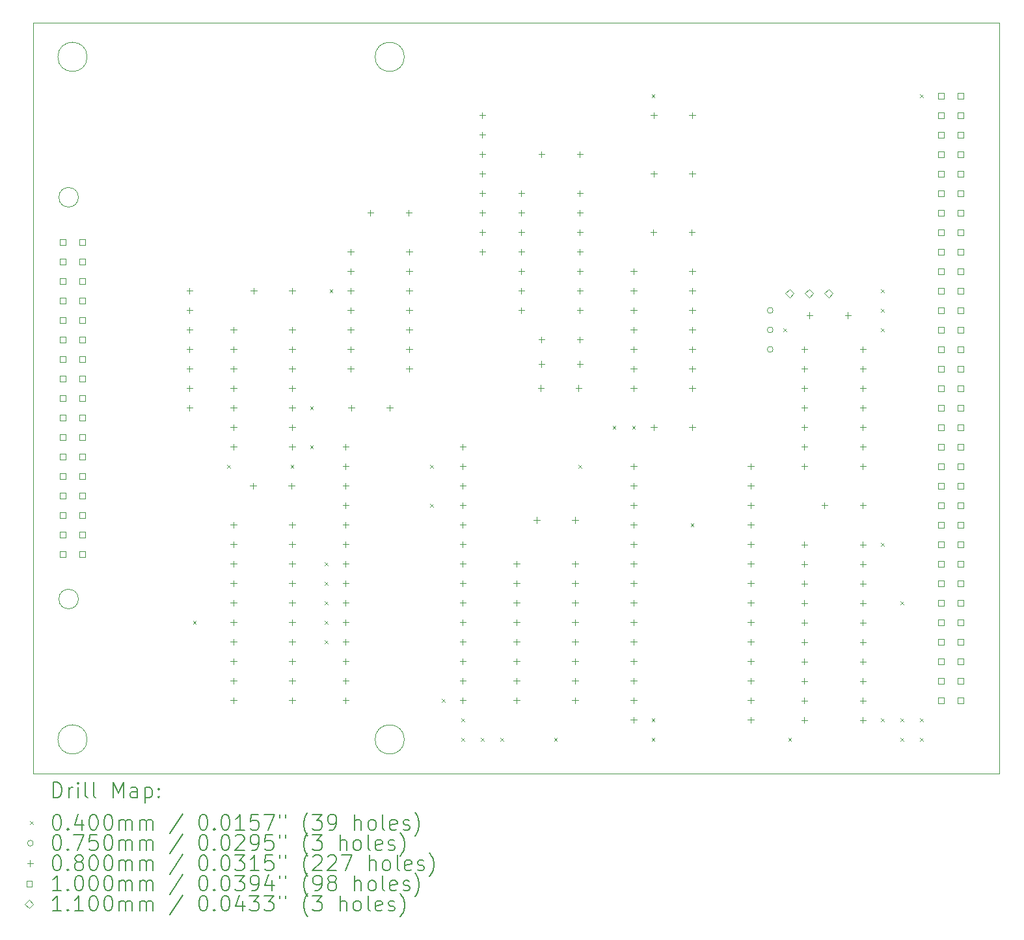
<source format=gbr>
%TF.GenerationSoftware,KiCad,Pcbnew,7.0.5-4d25ed1034~172~ubuntu22.04.1*%
%TF.CreationDate,2023-06-17T18:54:06+02:00*%
%TF.ProjectId,qdisk_v4,71646973-6b5f-4763-942e-6b696361645f,00*%
%TF.SameCoordinates,Original*%
%TF.FileFunction,Drillmap*%
%TF.FilePolarity,Positive*%
%FSLAX45Y45*%
G04 Gerber Fmt 4.5, Leading zero omitted, Abs format (unit mm)*
G04 Created by KiCad (PCBNEW 7.0.5-4d25ed1034~172~ubuntu22.04.1) date 2023-06-17 18:54:06*
%MOMM*%
%LPD*%
G01*
G04 APERTURE LIST*
%ADD10C,0.050000*%
%ADD11C,0.200000*%
%ADD12C,0.040000*%
%ADD13C,0.075000*%
%ADD14C,0.080000*%
%ADD15C,0.100000*%
%ADD16C,0.110000*%
G04 APERTURE END LIST*
D10*
X19761200Y-4495800D02*
X7188200Y-4495800D01*
X7772400Y-6769100D02*
G75*
G03*
X7772400Y-6769100I-127000J0D01*
G01*
X7772400Y-12001500D02*
G75*
G03*
X7772400Y-12001500I-127000J0D01*
G01*
X7886700Y-4940300D02*
G75*
G03*
X7886700Y-4940300I-190500J0D01*
G01*
X12014200Y-13830300D02*
G75*
G03*
X12014200Y-13830300I-190500J0D01*
G01*
X19761200Y-14274800D02*
X19761200Y-4495800D01*
X7188200Y-4495800D02*
X7188200Y-14274800D01*
X12014200Y-4940300D02*
G75*
G03*
X12014200Y-4940300I-190500J0D01*
G01*
X7188200Y-14274800D02*
X19761200Y-14274800D01*
X7886700Y-13830300D02*
G75*
G03*
X7886700Y-13830300I-190500J0D01*
G01*
D11*
D12*
X9263700Y-12286300D02*
X9303700Y-12326300D01*
X9303700Y-12286300D02*
X9263700Y-12326300D01*
X9708200Y-10254300D02*
X9748200Y-10294300D01*
X9748200Y-10254300D02*
X9708200Y-10294300D01*
X10533700Y-10254300D02*
X10573700Y-10294300D01*
X10573700Y-10254300D02*
X10533700Y-10294300D01*
X10787700Y-9492300D02*
X10827700Y-9532300D01*
X10827700Y-9492300D02*
X10787700Y-9532300D01*
X10787700Y-10000300D02*
X10827700Y-10040300D01*
X10827700Y-10000300D02*
X10787700Y-10040300D01*
X10978200Y-11524300D02*
X11018200Y-11564300D01*
X11018200Y-11524300D02*
X10978200Y-11564300D01*
X10978200Y-11778300D02*
X11018200Y-11818300D01*
X11018200Y-11778300D02*
X10978200Y-11818300D01*
X10978200Y-12032300D02*
X11018200Y-12072300D01*
X11018200Y-12032300D02*
X10978200Y-12072300D01*
X10978200Y-12286300D02*
X11018200Y-12326300D01*
X11018200Y-12286300D02*
X10978200Y-12326300D01*
X10978200Y-12540300D02*
X11018200Y-12580300D01*
X11018200Y-12540300D02*
X10978200Y-12580300D01*
X11041700Y-7968300D02*
X11081700Y-8008300D01*
X11081700Y-7968300D02*
X11041700Y-8008300D01*
X12349800Y-10254300D02*
X12389800Y-10294300D01*
X12389800Y-10254300D02*
X12349800Y-10294300D01*
X12349800Y-10762300D02*
X12389800Y-10802300D01*
X12389800Y-10762300D02*
X12349800Y-10802300D01*
X12502200Y-13302300D02*
X12542200Y-13342300D01*
X12542200Y-13302300D02*
X12502200Y-13342300D01*
X12756200Y-13556300D02*
X12796200Y-13596300D01*
X12796200Y-13556300D02*
X12756200Y-13596300D01*
X12756200Y-13810300D02*
X12796200Y-13850300D01*
X12796200Y-13810300D02*
X12756200Y-13850300D01*
X13010200Y-13810300D02*
X13050200Y-13850300D01*
X13050200Y-13810300D02*
X13010200Y-13850300D01*
X13264200Y-13810300D02*
X13304200Y-13850300D01*
X13304200Y-13810300D02*
X13264200Y-13850300D01*
X13962700Y-13810300D02*
X14002700Y-13850300D01*
X14002700Y-13810300D02*
X13962700Y-13850300D01*
X14280200Y-10254300D02*
X14320200Y-10294300D01*
X14320200Y-10254300D02*
X14280200Y-10294300D01*
X14724700Y-9746300D02*
X14764700Y-9786300D01*
X14764700Y-9746300D02*
X14724700Y-9786300D01*
X14978700Y-9746300D02*
X15018700Y-9786300D01*
X15018700Y-9746300D02*
X14978700Y-9786300D01*
X15232700Y-5428300D02*
X15272700Y-5468300D01*
X15272700Y-5428300D02*
X15232700Y-5468300D01*
X15232700Y-13556300D02*
X15272700Y-13596300D01*
X15272700Y-13556300D02*
X15232700Y-13596300D01*
X15232700Y-13810300D02*
X15272700Y-13850300D01*
X15272700Y-13810300D02*
X15232700Y-13850300D01*
X15740700Y-11016300D02*
X15780700Y-11056300D01*
X15780700Y-11016300D02*
X15740700Y-11056300D01*
X16947200Y-8476300D02*
X16987200Y-8516300D01*
X16987200Y-8476300D02*
X16947200Y-8516300D01*
X17010700Y-13810300D02*
X17050700Y-13850300D01*
X17050700Y-13810300D02*
X17010700Y-13850300D01*
X18217200Y-7968300D02*
X18257200Y-8008300D01*
X18257200Y-7968300D02*
X18217200Y-8008300D01*
X18217200Y-8222300D02*
X18257200Y-8262300D01*
X18257200Y-8222300D02*
X18217200Y-8262300D01*
X18217200Y-8476300D02*
X18257200Y-8516300D01*
X18257200Y-8476300D02*
X18217200Y-8516300D01*
X18217200Y-11270300D02*
X18257200Y-11310300D01*
X18257200Y-11270300D02*
X18217200Y-11310300D01*
X18217200Y-13556300D02*
X18257200Y-13596300D01*
X18257200Y-13556300D02*
X18217200Y-13596300D01*
X18471200Y-12032300D02*
X18511200Y-12072300D01*
X18511200Y-12032300D02*
X18471200Y-12072300D01*
X18471200Y-13556300D02*
X18511200Y-13596300D01*
X18511200Y-13556300D02*
X18471200Y-13596300D01*
X18471200Y-13810300D02*
X18511200Y-13850300D01*
X18511200Y-13810300D02*
X18471200Y-13850300D01*
X18725200Y-5428300D02*
X18765200Y-5468300D01*
X18765200Y-5428300D02*
X18725200Y-5468300D01*
X18725200Y-13556300D02*
X18765200Y-13596300D01*
X18765200Y-13556300D02*
X18725200Y-13596300D01*
X18725200Y-13810300D02*
X18765200Y-13850300D01*
X18765200Y-13810300D02*
X18725200Y-13850300D01*
D13*
X16814200Y-8242300D02*
G75*
G03*
X16814200Y-8242300I-37500J0D01*
G01*
X16814200Y-8496300D02*
G75*
G03*
X16814200Y-8496300I-37500J0D01*
G01*
X16814200Y-8750300D02*
G75*
G03*
X16814200Y-8750300I-37500J0D01*
G01*
D14*
X9220200Y-7948300D02*
X9220200Y-8028300D01*
X9180200Y-7988300D02*
X9260200Y-7988300D01*
X9220200Y-8202300D02*
X9220200Y-8282300D01*
X9180200Y-8242300D02*
X9260200Y-8242300D01*
X9220200Y-8456300D02*
X9220200Y-8536300D01*
X9180200Y-8496300D02*
X9260200Y-8496300D01*
X9220200Y-8710300D02*
X9220200Y-8790300D01*
X9180200Y-8750300D02*
X9260200Y-8750300D01*
X9220200Y-8964300D02*
X9220200Y-9044300D01*
X9180200Y-9004300D02*
X9260200Y-9004300D01*
X9220200Y-9218300D02*
X9220200Y-9298300D01*
X9180200Y-9258300D02*
X9260200Y-9258300D01*
X9220200Y-9472300D02*
X9220200Y-9552300D01*
X9180200Y-9512300D02*
X9260200Y-9512300D01*
X9791700Y-8455800D02*
X9791700Y-8535800D01*
X9751700Y-8495800D02*
X9831700Y-8495800D01*
X9791700Y-8709800D02*
X9791700Y-8789800D01*
X9751700Y-8749800D02*
X9831700Y-8749800D01*
X9791700Y-8963800D02*
X9791700Y-9043800D01*
X9751700Y-9003800D02*
X9831700Y-9003800D01*
X9791700Y-9217800D02*
X9791700Y-9297800D01*
X9751700Y-9257800D02*
X9831700Y-9257800D01*
X9791700Y-9471800D02*
X9791700Y-9551800D01*
X9751700Y-9511800D02*
X9831700Y-9511800D01*
X9791700Y-9725800D02*
X9791700Y-9805800D01*
X9751700Y-9765800D02*
X9831700Y-9765800D01*
X9791700Y-9979800D02*
X9791700Y-10059800D01*
X9751700Y-10019800D02*
X9831700Y-10019800D01*
X9791700Y-10996300D02*
X9791700Y-11076300D01*
X9751700Y-11036300D02*
X9831700Y-11036300D01*
X9791700Y-11250300D02*
X9791700Y-11330300D01*
X9751700Y-11290300D02*
X9831700Y-11290300D01*
X9791700Y-11504300D02*
X9791700Y-11584300D01*
X9751700Y-11544300D02*
X9831700Y-11544300D01*
X9791700Y-11758300D02*
X9791700Y-11838300D01*
X9751700Y-11798300D02*
X9831700Y-11798300D01*
X9791700Y-12012300D02*
X9791700Y-12092300D01*
X9751700Y-12052300D02*
X9831700Y-12052300D01*
X9791700Y-12266300D02*
X9791700Y-12346300D01*
X9751700Y-12306300D02*
X9831700Y-12306300D01*
X9791700Y-12520300D02*
X9791700Y-12600300D01*
X9751700Y-12560300D02*
X9831700Y-12560300D01*
X9791700Y-12774300D02*
X9791700Y-12854300D01*
X9751700Y-12814300D02*
X9831700Y-12814300D01*
X9791700Y-13028300D02*
X9791700Y-13108300D01*
X9751700Y-13068300D02*
X9831700Y-13068300D01*
X9791700Y-13282300D02*
X9791700Y-13362300D01*
X9751700Y-13322300D02*
X9831700Y-13322300D01*
X10045700Y-10488300D02*
X10045700Y-10568300D01*
X10005700Y-10528300D02*
X10085700Y-10528300D01*
X10053700Y-7948300D02*
X10053700Y-8028300D01*
X10013700Y-7988300D02*
X10093700Y-7988300D01*
X10545700Y-10488300D02*
X10545700Y-10568300D01*
X10505700Y-10528300D02*
X10585700Y-10528300D01*
X10553700Y-7948300D02*
X10553700Y-8028300D01*
X10513700Y-7988300D02*
X10593700Y-7988300D01*
X10553700Y-8455800D02*
X10553700Y-8535800D01*
X10513700Y-8495800D02*
X10593700Y-8495800D01*
X10553700Y-8709800D02*
X10553700Y-8789800D01*
X10513700Y-8749800D02*
X10593700Y-8749800D01*
X10553700Y-8963800D02*
X10553700Y-9043800D01*
X10513700Y-9003800D02*
X10593700Y-9003800D01*
X10553700Y-9217800D02*
X10553700Y-9297800D01*
X10513700Y-9257800D02*
X10593700Y-9257800D01*
X10553700Y-9471800D02*
X10553700Y-9551800D01*
X10513700Y-9511800D02*
X10593700Y-9511800D01*
X10553700Y-9725800D02*
X10553700Y-9805800D01*
X10513700Y-9765800D02*
X10593700Y-9765800D01*
X10553700Y-9979800D02*
X10553700Y-10059800D01*
X10513700Y-10019800D02*
X10593700Y-10019800D01*
X10553700Y-10996300D02*
X10553700Y-11076300D01*
X10513700Y-11036300D02*
X10593700Y-11036300D01*
X10553700Y-11250300D02*
X10553700Y-11330300D01*
X10513700Y-11290300D02*
X10593700Y-11290300D01*
X10553700Y-11504300D02*
X10553700Y-11584300D01*
X10513700Y-11544300D02*
X10593700Y-11544300D01*
X10553700Y-11758300D02*
X10553700Y-11838300D01*
X10513700Y-11798300D02*
X10593700Y-11798300D01*
X10553700Y-12012300D02*
X10553700Y-12092300D01*
X10513700Y-12052300D02*
X10593700Y-12052300D01*
X10553700Y-12266300D02*
X10553700Y-12346300D01*
X10513700Y-12306300D02*
X10593700Y-12306300D01*
X10553700Y-12520300D02*
X10553700Y-12600300D01*
X10513700Y-12560300D02*
X10593700Y-12560300D01*
X10553700Y-12774300D02*
X10553700Y-12854300D01*
X10513700Y-12814300D02*
X10593700Y-12814300D01*
X10553700Y-13028300D02*
X10553700Y-13108300D01*
X10513700Y-13068300D02*
X10593700Y-13068300D01*
X10553700Y-13282300D02*
X10553700Y-13362300D01*
X10513700Y-13322300D02*
X10593700Y-13322300D01*
X11252200Y-9980300D02*
X11252200Y-10060300D01*
X11212200Y-10020300D02*
X11292200Y-10020300D01*
X11252200Y-10234300D02*
X11252200Y-10314300D01*
X11212200Y-10274300D02*
X11292200Y-10274300D01*
X11252200Y-10488300D02*
X11252200Y-10568300D01*
X11212200Y-10528300D02*
X11292200Y-10528300D01*
X11252200Y-10742300D02*
X11252200Y-10822300D01*
X11212200Y-10782300D02*
X11292200Y-10782300D01*
X11252200Y-10996300D02*
X11252200Y-11076300D01*
X11212200Y-11036300D02*
X11292200Y-11036300D01*
X11252200Y-11250300D02*
X11252200Y-11330300D01*
X11212200Y-11290300D02*
X11292200Y-11290300D01*
X11252200Y-11504300D02*
X11252200Y-11584300D01*
X11212200Y-11544300D02*
X11292200Y-11544300D01*
X11252200Y-11758300D02*
X11252200Y-11838300D01*
X11212200Y-11798300D02*
X11292200Y-11798300D01*
X11252200Y-12012300D02*
X11252200Y-12092300D01*
X11212200Y-12052300D02*
X11292200Y-12052300D01*
X11252200Y-12266300D02*
X11252200Y-12346300D01*
X11212200Y-12306300D02*
X11292200Y-12306300D01*
X11252200Y-12520300D02*
X11252200Y-12600300D01*
X11212200Y-12560300D02*
X11292200Y-12560300D01*
X11252200Y-12774300D02*
X11252200Y-12854300D01*
X11212200Y-12814300D02*
X11292200Y-12814300D01*
X11252200Y-13028300D02*
X11252200Y-13108300D01*
X11212200Y-13068300D02*
X11292200Y-13068300D01*
X11252200Y-13282300D02*
X11252200Y-13362300D01*
X11212200Y-13322300D02*
X11292200Y-13322300D01*
X11315700Y-7440300D02*
X11315700Y-7520300D01*
X11275700Y-7480300D02*
X11355700Y-7480300D01*
X11315700Y-7694300D02*
X11315700Y-7774300D01*
X11275700Y-7734300D02*
X11355700Y-7734300D01*
X11315700Y-7948300D02*
X11315700Y-8028300D01*
X11275700Y-7988300D02*
X11355700Y-7988300D01*
X11315700Y-8202300D02*
X11315700Y-8282300D01*
X11275700Y-8242300D02*
X11355700Y-8242300D01*
X11315700Y-8456300D02*
X11315700Y-8536300D01*
X11275700Y-8496300D02*
X11355700Y-8496300D01*
X11315700Y-8710300D02*
X11315700Y-8790300D01*
X11275700Y-8750300D02*
X11355700Y-8750300D01*
X11315700Y-8964300D02*
X11315700Y-9044300D01*
X11275700Y-9004300D02*
X11355700Y-9004300D01*
X11323700Y-9472300D02*
X11323700Y-9552300D01*
X11283700Y-9512300D02*
X11363700Y-9512300D01*
X11573700Y-6932300D02*
X11573700Y-7012300D01*
X11533700Y-6972300D02*
X11613700Y-6972300D01*
X11823700Y-9472300D02*
X11823700Y-9552300D01*
X11783700Y-9512300D02*
X11863700Y-9512300D01*
X12073700Y-6932300D02*
X12073700Y-7012300D01*
X12033700Y-6972300D02*
X12113700Y-6972300D01*
X12077700Y-7440300D02*
X12077700Y-7520300D01*
X12037700Y-7480300D02*
X12117700Y-7480300D01*
X12077700Y-7694300D02*
X12077700Y-7774300D01*
X12037700Y-7734300D02*
X12117700Y-7734300D01*
X12077700Y-7948300D02*
X12077700Y-8028300D01*
X12037700Y-7988300D02*
X12117700Y-7988300D01*
X12077700Y-8202300D02*
X12077700Y-8282300D01*
X12037700Y-8242300D02*
X12117700Y-8242300D01*
X12077700Y-8456300D02*
X12077700Y-8536300D01*
X12037700Y-8496300D02*
X12117700Y-8496300D01*
X12077700Y-8710300D02*
X12077700Y-8790300D01*
X12037700Y-8750300D02*
X12117700Y-8750300D01*
X12077700Y-8964300D02*
X12077700Y-9044300D01*
X12037700Y-9004300D02*
X12117700Y-9004300D01*
X12776200Y-9980300D02*
X12776200Y-10060300D01*
X12736200Y-10020300D02*
X12816200Y-10020300D01*
X12776200Y-10234300D02*
X12776200Y-10314300D01*
X12736200Y-10274300D02*
X12816200Y-10274300D01*
X12776200Y-10488300D02*
X12776200Y-10568300D01*
X12736200Y-10528300D02*
X12816200Y-10528300D01*
X12776200Y-10742300D02*
X12776200Y-10822300D01*
X12736200Y-10782300D02*
X12816200Y-10782300D01*
X12776200Y-10996300D02*
X12776200Y-11076300D01*
X12736200Y-11036300D02*
X12816200Y-11036300D01*
X12776200Y-11250300D02*
X12776200Y-11330300D01*
X12736200Y-11290300D02*
X12816200Y-11290300D01*
X12776200Y-11504300D02*
X12776200Y-11584300D01*
X12736200Y-11544300D02*
X12816200Y-11544300D01*
X12776200Y-11758300D02*
X12776200Y-11838300D01*
X12736200Y-11798300D02*
X12816200Y-11798300D01*
X12776200Y-12012300D02*
X12776200Y-12092300D01*
X12736200Y-12052300D02*
X12816200Y-12052300D01*
X12776200Y-12266300D02*
X12776200Y-12346300D01*
X12736200Y-12306300D02*
X12816200Y-12306300D01*
X12776200Y-12520300D02*
X12776200Y-12600300D01*
X12736200Y-12560300D02*
X12816200Y-12560300D01*
X12776200Y-12774300D02*
X12776200Y-12854300D01*
X12736200Y-12814300D02*
X12816200Y-12814300D01*
X12776200Y-13028300D02*
X12776200Y-13108300D01*
X12736200Y-13068300D02*
X12816200Y-13068300D01*
X12776200Y-13282300D02*
X12776200Y-13362300D01*
X12736200Y-13322300D02*
X12816200Y-13322300D01*
X13030200Y-5662300D02*
X13030200Y-5742300D01*
X12990200Y-5702300D02*
X13070200Y-5702300D01*
X13030200Y-5916300D02*
X13030200Y-5996300D01*
X12990200Y-5956300D02*
X13070200Y-5956300D01*
X13030200Y-6170300D02*
X13030200Y-6250300D01*
X12990200Y-6210300D02*
X13070200Y-6210300D01*
X13030200Y-6424300D02*
X13030200Y-6504300D01*
X12990200Y-6464300D02*
X13070200Y-6464300D01*
X13030200Y-6678300D02*
X13030200Y-6758300D01*
X12990200Y-6718300D02*
X13070200Y-6718300D01*
X13030200Y-6932300D02*
X13030200Y-7012300D01*
X12990200Y-6972300D02*
X13070200Y-6972300D01*
X13030200Y-7186300D02*
X13030200Y-7266300D01*
X12990200Y-7226300D02*
X13070200Y-7226300D01*
X13030200Y-7440300D02*
X13030200Y-7520300D01*
X12990200Y-7480300D02*
X13070200Y-7480300D01*
X13474700Y-11504300D02*
X13474700Y-11584300D01*
X13434700Y-11544300D02*
X13514700Y-11544300D01*
X13474700Y-11758300D02*
X13474700Y-11838300D01*
X13434700Y-11798300D02*
X13514700Y-11798300D01*
X13474700Y-12012300D02*
X13474700Y-12092300D01*
X13434700Y-12052300D02*
X13514700Y-12052300D01*
X13474700Y-12266300D02*
X13474700Y-12346300D01*
X13434700Y-12306300D02*
X13514700Y-12306300D01*
X13474700Y-12520300D02*
X13474700Y-12600300D01*
X13434700Y-12560300D02*
X13514700Y-12560300D01*
X13474700Y-12774300D02*
X13474700Y-12854300D01*
X13434700Y-12814300D02*
X13514700Y-12814300D01*
X13474700Y-13028300D02*
X13474700Y-13108300D01*
X13434700Y-13068300D02*
X13514700Y-13068300D01*
X13474700Y-13282300D02*
X13474700Y-13362300D01*
X13434700Y-13322300D02*
X13514700Y-13322300D01*
X13538200Y-6678300D02*
X13538200Y-6758300D01*
X13498200Y-6718300D02*
X13578200Y-6718300D01*
X13538200Y-6932300D02*
X13538200Y-7012300D01*
X13498200Y-6972300D02*
X13578200Y-6972300D01*
X13538200Y-7186300D02*
X13538200Y-7266300D01*
X13498200Y-7226300D02*
X13578200Y-7226300D01*
X13538200Y-7440300D02*
X13538200Y-7520300D01*
X13498200Y-7480300D02*
X13578200Y-7480300D01*
X13538200Y-7694300D02*
X13538200Y-7774300D01*
X13498200Y-7734300D02*
X13578200Y-7734300D01*
X13538200Y-7948300D02*
X13538200Y-8028300D01*
X13498200Y-7988300D02*
X13578200Y-7988300D01*
X13538200Y-8202300D02*
X13538200Y-8282300D01*
X13498200Y-8242300D02*
X13578200Y-8242300D01*
X13736700Y-10932800D02*
X13736700Y-11012800D01*
X13696700Y-10972800D02*
X13776700Y-10972800D01*
X13792200Y-9215300D02*
X13792200Y-9295300D01*
X13752200Y-9255300D02*
X13832200Y-9255300D01*
X13800200Y-6170300D02*
X13800200Y-6250300D01*
X13760200Y-6210300D02*
X13840200Y-6210300D01*
X13800200Y-8583300D02*
X13800200Y-8663300D01*
X13760200Y-8623300D02*
X13840200Y-8623300D01*
X13800200Y-8900800D02*
X13800200Y-8980800D01*
X13760200Y-8940800D02*
X13840200Y-8940800D01*
X14236700Y-10932800D02*
X14236700Y-11012800D01*
X14196700Y-10972800D02*
X14276700Y-10972800D01*
X14236700Y-11504300D02*
X14236700Y-11584300D01*
X14196700Y-11544300D02*
X14276700Y-11544300D01*
X14236700Y-11758300D02*
X14236700Y-11838300D01*
X14196700Y-11798300D02*
X14276700Y-11798300D01*
X14236700Y-12012300D02*
X14236700Y-12092300D01*
X14196700Y-12052300D02*
X14276700Y-12052300D01*
X14236700Y-12266300D02*
X14236700Y-12346300D01*
X14196700Y-12306300D02*
X14276700Y-12306300D01*
X14236700Y-12520300D02*
X14236700Y-12600300D01*
X14196700Y-12560300D02*
X14276700Y-12560300D01*
X14236700Y-12774300D02*
X14236700Y-12854300D01*
X14196700Y-12814300D02*
X14276700Y-12814300D01*
X14236700Y-13028300D02*
X14236700Y-13108300D01*
X14196700Y-13068300D02*
X14276700Y-13068300D01*
X14236700Y-13282300D02*
X14236700Y-13362300D01*
X14196700Y-13322300D02*
X14276700Y-13322300D01*
X14282200Y-9215300D02*
X14282200Y-9295300D01*
X14242200Y-9255300D02*
X14322200Y-9255300D01*
X14300200Y-6170300D02*
X14300200Y-6250300D01*
X14260200Y-6210300D02*
X14340200Y-6210300D01*
X14300200Y-6678300D02*
X14300200Y-6758300D01*
X14260200Y-6718300D02*
X14340200Y-6718300D01*
X14300200Y-6932300D02*
X14300200Y-7012300D01*
X14260200Y-6972300D02*
X14340200Y-6972300D01*
X14300200Y-7186300D02*
X14300200Y-7266300D01*
X14260200Y-7226300D02*
X14340200Y-7226300D01*
X14300200Y-7440300D02*
X14300200Y-7520300D01*
X14260200Y-7480300D02*
X14340200Y-7480300D01*
X14300200Y-7694300D02*
X14300200Y-7774300D01*
X14260200Y-7734300D02*
X14340200Y-7734300D01*
X14300200Y-7948300D02*
X14300200Y-8028300D01*
X14260200Y-7988300D02*
X14340200Y-7988300D01*
X14300200Y-8202300D02*
X14300200Y-8282300D01*
X14260200Y-8242300D02*
X14340200Y-8242300D01*
X14300200Y-8583300D02*
X14300200Y-8663300D01*
X14260200Y-8623300D02*
X14340200Y-8623300D01*
X14300200Y-8900800D02*
X14300200Y-8980800D01*
X14260200Y-8940800D02*
X14340200Y-8940800D01*
X14998700Y-7694300D02*
X14998700Y-7774300D01*
X14958700Y-7734300D02*
X15038700Y-7734300D01*
X14998700Y-7948300D02*
X14998700Y-8028300D01*
X14958700Y-7988300D02*
X15038700Y-7988300D01*
X14998700Y-8202300D02*
X14998700Y-8282300D01*
X14958700Y-8242300D02*
X15038700Y-8242300D01*
X14998700Y-8456300D02*
X14998700Y-8536300D01*
X14958700Y-8496300D02*
X15038700Y-8496300D01*
X14998700Y-8710300D02*
X14998700Y-8790300D01*
X14958700Y-8750300D02*
X15038700Y-8750300D01*
X14998700Y-8964300D02*
X14998700Y-9044300D01*
X14958700Y-9004300D02*
X15038700Y-9004300D01*
X14998700Y-9218300D02*
X14998700Y-9298300D01*
X14958700Y-9258300D02*
X15038700Y-9258300D01*
X14998700Y-10234300D02*
X14998700Y-10314300D01*
X14958700Y-10274300D02*
X15038700Y-10274300D01*
X14998700Y-10488300D02*
X14998700Y-10568300D01*
X14958700Y-10528300D02*
X15038700Y-10528300D01*
X14998700Y-10742300D02*
X14998700Y-10822300D01*
X14958700Y-10782300D02*
X15038700Y-10782300D01*
X14998700Y-10996300D02*
X14998700Y-11076300D01*
X14958700Y-11036300D02*
X15038700Y-11036300D01*
X14998700Y-11250300D02*
X14998700Y-11330300D01*
X14958700Y-11290300D02*
X15038700Y-11290300D01*
X14998700Y-11504300D02*
X14998700Y-11584300D01*
X14958700Y-11544300D02*
X15038700Y-11544300D01*
X14998700Y-11758300D02*
X14998700Y-11838300D01*
X14958700Y-11798300D02*
X15038700Y-11798300D01*
X14998700Y-12012300D02*
X14998700Y-12092300D01*
X14958700Y-12052300D02*
X15038700Y-12052300D01*
X14998700Y-12266300D02*
X14998700Y-12346300D01*
X14958700Y-12306300D02*
X15038700Y-12306300D01*
X14998700Y-12520300D02*
X14998700Y-12600300D01*
X14958700Y-12560300D02*
X15038700Y-12560300D01*
X14998700Y-12774300D02*
X14998700Y-12854300D01*
X14958700Y-12814300D02*
X15038700Y-12814300D01*
X14998700Y-13028300D02*
X14998700Y-13108300D01*
X14958700Y-13068300D02*
X15038700Y-13068300D01*
X14998700Y-13282300D02*
X14998700Y-13362300D01*
X14958700Y-13322300D02*
X15038700Y-13322300D01*
X14998700Y-13536300D02*
X14998700Y-13616300D01*
X14958700Y-13576300D02*
X15038700Y-13576300D01*
X15256700Y-7186300D02*
X15256700Y-7266300D01*
X15216700Y-7226300D02*
X15296700Y-7226300D01*
X15260700Y-5662300D02*
X15260700Y-5742300D01*
X15220700Y-5702300D02*
X15300700Y-5702300D01*
X15260700Y-6424300D02*
X15260700Y-6504300D01*
X15220700Y-6464300D02*
X15300700Y-6464300D01*
X15260700Y-9726300D02*
X15260700Y-9806300D01*
X15220700Y-9766300D02*
X15300700Y-9766300D01*
X15756700Y-7186300D02*
X15756700Y-7266300D01*
X15716700Y-7226300D02*
X15796700Y-7226300D01*
X15760700Y-5662300D02*
X15760700Y-5742300D01*
X15720700Y-5702300D02*
X15800700Y-5702300D01*
X15760700Y-6424300D02*
X15760700Y-6504300D01*
X15720700Y-6464300D02*
X15800700Y-6464300D01*
X15760700Y-7694300D02*
X15760700Y-7774300D01*
X15720700Y-7734300D02*
X15800700Y-7734300D01*
X15760700Y-7948300D02*
X15760700Y-8028300D01*
X15720700Y-7988300D02*
X15800700Y-7988300D01*
X15760700Y-8202300D02*
X15760700Y-8282300D01*
X15720700Y-8242300D02*
X15800700Y-8242300D01*
X15760700Y-8456300D02*
X15760700Y-8536300D01*
X15720700Y-8496300D02*
X15800700Y-8496300D01*
X15760700Y-8710300D02*
X15760700Y-8790300D01*
X15720700Y-8750300D02*
X15800700Y-8750300D01*
X15760700Y-8964300D02*
X15760700Y-9044300D01*
X15720700Y-9004300D02*
X15800700Y-9004300D01*
X15760700Y-9218300D02*
X15760700Y-9298300D01*
X15720700Y-9258300D02*
X15800700Y-9258300D01*
X15760700Y-9726300D02*
X15760700Y-9806300D01*
X15720700Y-9766300D02*
X15800700Y-9766300D01*
X16522700Y-10234300D02*
X16522700Y-10314300D01*
X16482700Y-10274300D02*
X16562700Y-10274300D01*
X16522700Y-10488300D02*
X16522700Y-10568300D01*
X16482700Y-10528300D02*
X16562700Y-10528300D01*
X16522700Y-10742300D02*
X16522700Y-10822300D01*
X16482700Y-10782300D02*
X16562700Y-10782300D01*
X16522700Y-10996300D02*
X16522700Y-11076300D01*
X16482700Y-11036300D02*
X16562700Y-11036300D01*
X16522700Y-11250300D02*
X16522700Y-11330300D01*
X16482700Y-11290300D02*
X16562700Y-11290300D01*
X16522700Y-11504300D02*
X16522700Y-11584300D01*
X16482700Y-11544300D02*
X16562700Y-11544300D01*
X16522700Y-11758300D02*
X16522700Y-11838300D01*
X16482700Y-11798300D02*
X16562700Y-11798300D01*
X16522700Y-12012300D02*
X16522700Y-12092300D01*
X16482700Y-12052300D02*
X16562700Y-12052300D01*
X16522700Y-12266300D02*
X16522700Y-12346300D01*
X16482700Y-12306300D02*
X16562700Y-12306300D01*
X16522700Y-12520300D02*
X16522700Y-12600300D01*
X16482700Y-12560300D02*
X16562700Y-12560300D01*
X16522700Y-12774300D02*
X16522700Y-12854300D01*
X16482700Y-12814300D02*
X16562700Y-12814300D01*
X16522700Y-13028300D02*
X16522700Y-13108300D01*
X16482700Y-13068300D02*
X16562700Y-13068300D01*
X16522700Y-13282300D02*
X16522700Y-13362300D01*
X16482700Y-13322300D02*
X16562700Y-13322300D01*
X16522700Y-13536300D02*
X16522700Y-13616300D01*
X16482700Y-13576300D02*
X16562700Y-13576300D01*
X17219700Y-11250800D02*
X17219700Y-11330800D01*
X17179700Y-11290800D02*
X17259700Y-11290800D01*
X17219700Y-11504800D02*
X17219700Y-11584800D01*
X17179700Y-11544800D02*
X17259700Y-11544800D01*
X17219700Y-11758800D02*
X17219700Y-11838800D01*
X17179700Y-11798800D02*
X17259700Y-11798800D01*
X17219700Y-12012800D02*
X17219700Y-12092800D01*
X17179700Y-12052800D02*
X17259700Y-12052800D01*
X17219700Y-12266800D02*
X17219700Y-12346800D01*
X17179700Y-12306800D02*
X17259700Y-12306800D01*
X17219700Y-12520800D02*
X17219700Y-12600800D01*
X17179700Y-12560800D02*
X17259700Y-12560800D01*
X17219700Y-12774800D02*
X17219700Y-12854800D01*
X17179700Y-12814800D02*
X17259700Y-12814800D01*
X17219700Y-13028800D02*
X17219700Y-13108800D01*
X17179700Y-13068800D02*
X17259700Y-13068800D01*
X17219700Y-13282800D02*
X17219700Y-13362800D01*
X17179700Y-13322800D02*
X17259700Y-13322800D01*
X17219700Y-13536800D02*
X17219700Y-13616800D01*
X17179700Y-13576800D02*
X17259700Y-13576800D01*
X17221200Y-8710300D02*
X17221200Y-8790300D01*
X17181200Y-8750300D02*
X17261200Y-8750300D01*
X17221200Y-8964300D02*
X17221200Y-9044300D01*
X17181200Y-9004300D02*
X17261200Y-9004300D01*
X17221200Y-9218300D02*
X17221200Y-9298300D01*
X17181200Y-9258300D02*
X17261200Y-9258300D01*
X17221200Y-9472300D02*
X17221200Y-9552300D01*
X17181200Y-9512300D02*
X17261200Y-9512300D01*
X17221200Y-9726300D02*
X17221200Y-9806300D01*
X17181200Y-9766300D02*
X17261200Y-9766300D01*
X17221200Y-9980300D02*
X17221200Y-10060300D01*
X17181200Y-10020300D02*
X17261200Y-10020300D01*
X17221200Y-10234300D02*
X17221200Y-10314300D01*
X17181200Y-10274300D02*
X17261200Y-10274300D01*
X17288700Y-8265800D02*
X17288700Y-8345800D01*
X17248700Y-8305800D02*
X17328700Y-8305800D01*
X17483200Y-10742300D02*
X17483200Y-10822300D01*
X17443200Y-10782300D02*
X17523200Y-10782300D01*
X17788700Y-8265800D02*
X17788700Y-8345800D01*
X17748700Y-8305800D02*
X17828700Y-8305800D01*
X17981700Y-11250800D02*
X17981700Y-11330800D01*
X17941700Y-11290800D02*
X18021700Y-11290800D01*
X17981700Y-11504800D02*
X17981700Y-11584800D01*
X17941700Y-11544800D02*
X18021700Y-11544800D01*
X17981700Y-11758800D02*
X17981700Y-11838800D01*
X17941700Y-11798800D02*
X18021700Y-11798800D01*
X17981700Y-12012800D02*
X17981700Y-12092800D01*
X17941700Y-12052800D02*
X18021700Y-12052800D01*
X17981700Y-12266800D02*
X17981700Y-12346800D01*
X17941700Y-12306800D02*
X18021700Y-12306800D01*
X17981700Y-12520800D02*
X17981700Y-12600800D01*
X17941700Y-12560800D02*
X18021700Y-12560800D01*
X17981700Y-12774800D02*
X17981700Y-12854800D01*
X17941700Y-12814800D02*
X18021700Y-12814800D01*
X17981700Y-13028800D02*
X17981700Y-13108800D01*
X17941700Y-13068800D02*
X18021700Y-13068800D01*
X17981700Y-13282800D02*
X17981700Y-13362800D01*
X17941700Y-13322800D02*
X18021700Y-13322800D01*
X17981700Y-13536800D02*
X17981700Y-13616800D01*
X17941700Y-13576800D02*
X18021700Y-13576800D01*
X17983200Y-8710300D02*
X17983200Y-8790300D01*
X17943200Y-8750300D02*
X18023200Y-8750300D01*
X17983200Y-8964300D02*
X17983200Y-9044300D01*
X17943200Y-9004300D02*
X18023200Y-9004300D01*
X17983200Y-9218300D02*
X17983200Y-9298300D01*
X17943200Y-9258300D02*
X18023200Y-9258300D01*
X17983200Y-9472300D02*
X17983200Y-9552300D01*
X17943200Y-9512300D02*
X18023200Y-9512300D01*
X17983200Y-9726300D02*
X17983200Y-9806300D01*
X17943200Y-9766300D02*
X18023200Y-9766300D01*
X17983200Y-9980300D02*
X17983200Y-10060300D01*
X17943200Y-10020300D02*
X18023200Y-10020300D01*
X17983200Y-10234300D02*
X17983200Y-10314300D01*
X17943200Y-10274300D02*
X18023200Y-10274300D01*
X17983200Y-10742300D02*
X17983200Y-10822300D01*
X17943200Y-10782300D02*
X18023200Y-10782300D01*
D15*
X7604556Y-7388656D02*
X7604556Y-7317944D01*
X7533844Y-7317944D01*
X7533844Y-7388656D01*
X7604556Y-7388656D01*
X7604556Y-7642656D02*
X7604556Y-7571944D01*
X7533844Y-7571944D01*
X7533844Y-7642656D01*
X7604556Y-7642656D01*
X7604556Y-7896656D02*
X7604556Y-7825944D01*
X7533844Y-7825944D01*
X7533844Y-7896656D01*
X7604556Y-7896656D01*
X7604556Y-8150656D02*
X7604556Y-8079944D01*
X7533844Y-8079944D01*
X7533844Y-8150656D01*
X7604556Y-8150656D01*
X7604556Y-8404656D02*
X7604556Y-8333944D01*
X7533844Y-8333944D01*
X7533844Y-8404656D01*
X7604556Y-8404656D01*
X7604556Y-8658656D02*
X7604556Y-8587944D01*
X7533844Y-8587944D01*
X7533844Y-8658656D01*
X7604556Y-8658656D01*
X7604556Y-8912656D02*
X7604556Y-8841944D01*
X7533844Y-8841944D01*
X7533844Y-8912656D01*
X7604556Y-8912656D01*
X7604556Y-9166656D02*
X7604556Y-9095944D01*
X7533844Y-9095944D01*
X7533844Y-9166656D01*
X7604556Y-9166656D01*
X7604556Y-9420656D02*
X7604556Y-9349944D01*
X7533844Y-9349944D01*
X7533844Y-9420656D01*
X7604556Y-9420656D01*
X7604556Y-9674656D02*
X7604556Y-9603944D01*
X7533844Y-9603944D01*
X7533844Y-9674656D01*
X7604556Y-9674656D01*
X7604556Y-9928656D02*
X7604556Y-9857944D01*
X7533844Y-9857944D01*
X7533844Y-9928656D01*
X7604556Y-9928656D01*
X7604556Y-10182656D02*
X7604556Y-10111944D01*
X7533844Y-10111944D01*
X7533844Y-10182656D01*
X7604556Y-10182656D01*
X7604556Y-10436656D02*
X7604556Y-10365944D01*
X7533844Y-10365944D01*
X7533844Y-10436656D01*
X7604556Y-10436656D01*
X7604556Y-10690656D02*
X7604556Y-10619944D01*
X7533844Y-10619944D01*
X7533844Y-10690656D01*
X7604556Y-10690656D01*
X7604556Y-10944656D02*
X7604556Y-10873944D01*
X7533844Y-10873944D01*
X7533844Y-10944656D01*
X7604556Y-10944656D01*
X7604556Y-11198656D02*
X7604556Y-11127944D01*
X7533844Y-11127944D01*
X7533844Y-11198656D01*
X7604556Y-11198656D01*
X7604556Y-11452656D02*
X7604556Y-11381944D01*
X7533844Y-11381944D01*
X7533844Y-11452656D01*
X7604556Y-11452656D01*
X7858556Y-7388656D02*
X7858556Y-7317944D01*
X7787844Y-7317944D01*
X7787844Y-7388656D01*
X7858556Y-7388656D01*
X7858556Y-7642656D02*
X7858556Y-7571944D01*
X7787844Y-7571944D01*
X7787844Y-7642656D01*
X7858556Y-7642656D01*
X7858556Y-7896656D02*
X7858556Y-7825944D01*
X7787844Y-7825944D01*
X7787844Y-7896656D01*
X7858556Y-7896656D01*
X7858556Y-8150656D02*
X7858556Y-8079944D01*
X7787844Y-8079944D01*
X7787844Y-8150656D01*
X7858556Y-8150656D01*
X7858556Y-8404656D02*
X7858556Y-8333944D01*
X7787844Y-8333944D01*
X7787844Y-8404656D01*
X7858556Y-8404656D01*
X7858556Y-8658656D02*
X7858556Y-8587944D01*
X7787844Y-8587944D01*
X7787844Y-8658656D01*
X7858556Y-8658656D01*
X7858556Y-8912656D02*
X7858556Y-8841944D01*
X7787844Y-8841944D01*
X7787844Y-8912656D01*
X7858556Y-8912656D01*
X7858556Y-9166656D02*
X7858556Y-9095944D01*
X7787844Y-9095944D01*
X7787844Y-9166656D01*
X7858556Y-9166656D01*
X7858556Y-9420656D02*
X7858556Y-9349944D01*
X7787844Y-9349944D01*
X7787844Y-9420656D01*
X7858556Y-9420656D01*
X7858556Y-9674656D02*
X7858556Y-9603944D01*
X7787844Y-9603944D01*
X7787844Y-9674656D01*
X7858556Y-9674656D01*
X7858556Y-9928656D02*
X7858556Y-9857944D01*
X7787844Y-9857944D01*
X7787844Y-9928656D01*
X7858556Y-9928656D01*
X7858556Y-10182656D02*
X7858556Y-10111944D01*
X7787844Y-10111944D01*
X7787844Y-10182656D01*
X7858556Y-10182656D01*
X7858556Y-10436656D02*
X7858556Y-10365944D01*
X7787844Y-10365944D01*
X7787844Y-10436656D01*
X7858556Y-10436656D01*
X7858556Y-10690656D02*
X7858556Y-10619944D01*
X7787844Y-10619944D01*
X7787844Y-10690656D01*
X7858556Y-10690656D01*
X7858556Y-10944656D02*
X7858556Y-10873944D01*
X7787844Y-10873944D01*
X7787844Y-10944656D01*
X7858556Y-10944656D01*
X7858556Y-11198656D02*
X7858556Y-11127944D01*
X7787844Y-11127944D01*
X7787844Y-11198656D01*
X7858556Y-11198656D01*
X7858556Y-11452656D02*
X7858556Y-11381944D01*
X7787844Y-11381944D01*
X7787844Y-11452656D01*
X7858556Y-11452656D01*
X19034556Y-5483656D02*
X19034556Y-5412944D01*
X18963844Y-5412944D01*
X18963844Y-5483656D01*
X19034556Y-5483656D01*
X19034556Y-5737656D02*
X19034556Y-5666944D01*
X18963844Y-5666944D01*
X18963844Y-5737656D01*
X19034556Y-5737656D01*
X19034556Y-5991656D02*
X19034556Y-5920944D01*
X18963844Y-5920944D01*
X18963844Y-5991656D01*
X19034556Y-5991656D01*
X19034556Y-6245656D02*
X19034556Y-6174944D01*
X18963844Y-6174944D01*
X18963844Y-6245656D01*
X19034556Y-6245656D01*
X19034556Y-6499656D02*
X19034556Y-6428944D01*
X18963844Y-6428944D01*
X18963844Y-6499656D01*
X19034556Y-6499656D01*
X19034556Y-6753656D02*
X19034556Y-6682944D01*
X18963844Y-6682944D01*
X18963844Y-6753656D01*
X19034556Y-6753656D01*
X19034556Y-7007656D02*
X19034556Y-6936944D01*
X18963844Y-6936944D01*
X18963844Y-7007656D01*
X19034556Y-7007656D01*
X19034556Y-7261656D02*
X19034556Y-7190944D01*
X18963844Y-7190944D01*
X18963844Y-7261656D01*
X19034556Y-7261656D01*
X19034556Y-7515656D02*
X19034556Y-7444944D01*
X18963844Y-7444944D01*
X18963844Y-7515656D01*
X19034556Y-7515656D01*
X19034556Y-7769656D02*
X19034556Y-7698944D01*
X18963844Y-7698944D01*
X18963844Y-7769656D01*
X19034556Y-7769656D01*
X19034556Y-8023656D02*
X19034556Y-7952944D01*
X18963844Y-7952944D01*
X18963844Y-8023656D01*
X19034556Y-8023656D01*
X19034556Y-8277656D02*
X19034556Y-8206944D01*
X18963844Y-8206944D01*
X18963844Y-8277656D01*
X19034556Y-8277656D01*
X19034556Y-8531656D02*
X19034556Y-8460944D01*
X18963844Y-8460944D01*
X18963844Y-8531656D01*
X19034556Y-8531656D01*
X19034556Y-8785656D02*
X19034556Y-8714944D01*
X18963844Y-8714944D01*
X18963844Y-8785656D01*
X19034556Y-8785656D01*
X19034556Y-9039656D02*
X19034556Y-8968944D01*
X18963844Y-8968944D01*
X18963844Y-9039656D01*
X19034556Y-9039656D01*
X19034556Y-9293656D02*
X19034556Y-9222944D01*
X18963844Y-9222944D01*
X18963844Y-9293656D01*
X19034556Y-9293656D01*
X19034556Y-9547656D02*
X19034556Y-9476944D01*
X18963844Y-9476944D01*
X18963844Y-9547656D01*
X19034556Y-9547656D01*
X19034556Y-9801656D02*
X19034556Y-9730944D01*
X18963844Y-9730944D01*
X18963844Y-9801656D01*
X19034556Y-9801656D01*
X19034556Y-10055656D02*
X19034556Y-9984944D01*
X18963844Y-9984944D01*
X18963844Y-10055656D01*
X19034556Y-10055656D01*
X19034556Y-10309656D02*
X19034556Y-10238944D01*
X18963844Y-10238944D01*
X18963844Y-10309656D01*
X19034556Y-10309656D01*
X19034556Y-10563656D02*
X19034556Y-10492944D01*
X18963844Y-10492944D01*
X18963844Y-10563656D01*
X19034556Y-10563656D01*
X19034556Y-10817656D02*
X19034556Y-10746944D01*
X18963844Y-10746944D01*
X18963844Y-10817656D01*
X19034556Y-10817656D01*
X19034556Y-11071656D02*
X19034556Y-11000944D01*
X18963844Y-11000944D01*
X18963844Y-11071656D01*
X19034556Y-11071656D01*
X19034556Y-11325656D02*
X19034556Y-11254944D01*
X18963844Y-11254944D01*
X18963844Y-11325656D01*
X19034556Y-11325656D01*
X19034556Y-11579656D02*
X19034556Y-11508944D01*
X18963844Y-11508944D01*
X18963844Y-11579656D01*
X19034556Y-11579656D01*
X19034556Y-11833656D02*
X19034556Y-11762944D01*
X18963844Y-11762944D01*
X18963844Y-11833656D01*
X19034556Y-11833656D01*
X19034556Y-12087656D02*
X19034556Y-12016944D01*
X18963844Y-12016944D01*
X18963844Y-12087656D01*
X19034556Y-12087656D01*
X19034556Y-12341656D02*
X19034556Y-12270944D01*
X18963844Y-12270944D01*
X18963844Y-12341656D01*
X19034556Y-12341656D01*
X19034556Y-12595656D02*
X19034556Y-12524944D01*
X18963844Y-12524944D01*
X18963844Y-12595656D01*
X19034556Y-12595656D01*
X19034556Y-12849656D02*
X19034556Y-12778944D01*
X18963844Y-12778944D01*
X18963844Y-12849656D01*
X19034556Y-12849656D01*
X19034556Y-13103656D02*
X19034556Y-13032944D01*
X18963844Y-13032944D01*
X18963844Y-13103656D01*
X19034556Y-13103656D01*
X19034556Y-13357656D02*
X19034556Y-13286944D01*
X18963844Y-13286944D01*
X18963844Y-13357656D01*
X19034556Y-13357656D01*
X19288556Y-5483656D02*
X19288556Y-5412944D01*
X19217844Y-5412944D01*
X19217844Y-5483656D01*
X19288556Y-5483656D01*
X19288556Y-5737656D02*
X19288556Y-5666944D01*
X19217844Y-5666944D01*
X19217844Y-5737656D01*
X19288556Y-5737656D01*
X19288556Y-5991656D02*
X19288556Y-5920944D01*
X19217844Y-5920944D01*
X19217844Y-5991656D01*
X19288556Y-5991656D01*
X19288556Y-6245656D02*
X19288556Y-6174944D01*
X19217844Y-6174944D01*
X19217844Y-6245656D01*
X19288556Y-6245656D01*
X19288556Y-6499656D02*
X19288556Y-6428944D01*
X19217844Y-6428944D01*
X19217844Y-6499656D01*
X19288556Y-6499656D01*
X19288556Y-6753656D02*
X19288556Y-6682944D01*
X19217844Y-6682944D01*
X19217844Y-6753656D01*
X19288556Y-6753656D01*
X19288556Y-7007656D02*
X19288556Y-6936944D01*
X19217844Y-6936944D01*
X19217844Y-7007656D01*
X19288556Y-7007656D01*
X19288556Y-7261656D02*
X19288556Y-7190944D01*
X19217844Y-7190944D01*
X19217844Y-7261656D01*
X19288556Y-7261656D01*
X19288556Y-7515656D02*
X19288556Y-7444944D01*
X19217844Y-7444944D01*
X19217844Y-7515656D01*
X19288556Y-7515656D01*
X19288556Y-7769656D02*
X19288556Y-7698944D01*
X19217844Y-7698944D01*
X19217844Y-7769656D01*
X19288556Y-7769656D01*
X19288556Y-8023656D02*
X19288556Y-7952944D01*
X19217844Y-7952944D01*
X19217844Y-8023656D01*
X19288556Y-8023656D01*
X19288556Y-8277656D02*
X19288556Y-8206944D01*
X19217844Y-8206944D01*
X19217844Y-8277656D01*
X19288556Y-8277656D01*
X19288556Y-8531656D02*
X19288556Y-8460944D01*
X19217844Y-8460944D01*
X19217844Y-8531656D01*
X19288556Y-8531656D01*
X19288556Y-8785656D02*
X19288556Y-8714944D01*
X19217844Y-8714944D01*
X19217844Y-8785656D01*
X19288556Y-8785656D01*
X19288556Y-9039656D02*
X19288556Y-8968944D01*
X19217844Y-8968944D01*
X19217844Y-9039656D01*
X19288556Y-9039656D01*
X19288556Y-9293656D02*
X19288556Y-9222944D01*
X19217844Y-9222944D01*
X19217844Y-9293656D01*
X19288556Y-9293656D01*
X19288556Y-9547656D02*
X19288556Y-9476944D01*
X19217844Y-9476944D01*
X19217844Y-9547656D01*
X19288556Y-9547656D01*
X19288556Y-9801656D02*
X19288556Y-9730944D01*
X19217844Y-9730944D01*
X19217844Y-9801656D01*
X19288556Y-9801656D01*
X19288556Y-10055656D02*
X19288556Y-9984944D01*
X19217844Y-9984944D01*
X19217844Y-10055656D01*
X19288556Y-10055656D01*
X19288556Y-10309656D02*
X19288556Y-10238944D01*
X19217844Y-10238944D01*
X19217844Y-10309656D01*
X19288556Y-10309656D01*
X19288556Y-10563656D02*
X19288556Y-10492944D01*
X19217844Y-10492944D01*
X19217844Y-10563656D01*
X19288556Y-10563656D01*
X19288556Y-10817656D02*
X19288556Y-10746944D01*
X19217844Y-10746944D01*
X19217844Y-10817656D01*
X19288556Y-10817656D01*
X19288556Y-11071656D02*
X19288556Y-11000944D01*
X19217844Y-11000944D01*
X19217844Y-11071656D01*
X19288556Y-11071656D01*
X19288556Y-11325656D02*
X19288556Y-11254944D01*
X19217844Y-11254944D01*
X19217844Y-11325656D01*
X19288556Y-11325656D01*
X19288556Y-11579656D02*
X19288556Y-11508944D01*
X19217844Y-11508944D01*
X19217844Y-11579656D01*
X19288556Y-11579656D01*
X19288556Y-11833656D02*
X19288556Y-11762944D01*
X19217844Y-11762944D01*
X19217844Y-11833656D01*
X19288556Y-11833656D01*
X19288556Y-12087656D02*
X19288556Y-12016944D01*
X19217844Y-12016944D01*
X19217844Y-12087656D01*
X19288556Y-12087656D01*
X19288556Y-12341656D02*
X19288556Y-12270944D01*
X19217844Y-12270944D01*
X19217844Y-12341656D01*
X19288556Y-12341656D01*
X19288556Y-12595656D02*
X19288556Y-12524944D01*
X19217844Y-12524944D01*
X19217844Y-12595656D01*
X19288556Y-12595656D01*
X19288556Y-12849656D02*
X19288556Y-12778944D01*
X19217844Y-12778944D01*
X19217844Y-12849656D01*
X19288556Y-12849656D01*
X19288556Y-13103656D02*
X19288556Y-13032944D01*
X19217844Y-13032944D01*
X19217844Y-13103656D01*
X19288556Y-13103656D01*
X19288556Y-13357656D02*
X19288556Y-13286944D01*
X19217844Y-13286944D01*
X19217844Y-13357656D01*
X19288556Y-13357656D01*
D16*
X17030700Y-8077300D02*
X17085700Y-8022300D01*
X17030700Y-7967300D01*
X16975700Y-8022300D01*
X17030700Y-8077300D01*
X17284700Y-8077300D02*
X17339700Y-8022300D01*
X17284700Y-7967300D01*
X17229700Y-8022300D01*
X17284700Y-8077300D01*
X17538700Y-8077300D02*
X17593700Y-8022300D01*
X17538700Y-7967300D01*
X17483700Y-8022300D01*
X17538700Y-8077300D01*
D11*
X7446477Y-14588784D02*
X7446477Y-14388784D01*
X7446477Y-14388784D02*
X7494096Y-14388784D01*
X7494096Y-14388784D02*
X7522667Y-14398308D01*
X7522667Y-14398308D02*
X7541715Y-14417355D01*
X7541715Y-14417355D02*
X7551239Y-14436403D01*
X7551239Y-14436403D02*
X7560762Y-14474498D01*
X7560762Y-14474498D02*
X7560762Y-14503069D01*
X7560762Y-14503069D02*
X7551239Y-14541165D01*
X7551239Y-14541165D02*
X7541715Y-14560212D01*
X7541715Y-14560212D02*
X7522667Y-14579260D01*
X7522667Y-14579260D02*
X7494096Y-14588784D01*
X7494096Y-14588784D02*
X7446477Y-14588784D01*
X7646477Y-14588784D02*
X7646477Y-14455450D01*
X7646477Y-14493546D02*
X7656001Y-14474498D01*
X7656001Y-14474498D02*
X7665524Y-14464974D01*
X7665524Y-14464974D02*
X7684572Y-14455450D01*
X7684572Y-14455450D02*
X7703620Y-14455450D01*
X7770286Y-14588784D02*
X7770286Y-14455450D01*
X7770286Y-14388784D02*
X7760762Y-14398308D01*
X7760762Y-14398308D02*
X7770286Y-14407831D01*
X7770286Y-14407831D02*
X7779810Y-14398308D01*
X7779810Y-14398308D02*
X7770286Y-14388784D01*
X7770286Y-14388784D02*
X7770286Y-14407831D01*
X7894096Y-14588784D02*
X7875048Y-14579260D01*
X7875048Y-14579260D02*
X7865524Y-14560212D01*
X7865524Y-14560212D02*
X7865524Y-14388784D01*
X7998858Y-14588784D02*
X7979810Y-14579260D01*
X7979810Y-14579260D02*
X7970286Y-14560212D01*
X7970286Y-14560212D02*
X7970286Y-14388784D01*
X8227429Y-14588784D02*
X8227429Y-14388784D01*
X8227429Y-14388784D02*
X8294096Y-14531641D01*
X8294096Y-14531641D02*
X8360762Y-14388784D01*
X8360762Y-14388784D02*
X8360762Y-14588784D01*
X8541715Y-14588784D02*
X8541715Y-14484022D01*
X8541715Y-14484022D02*
X8532191Y-14464974D01*
X8532191Y-14464974D02*
X8513144Y-14455450D01*
X8513144Y-14455450D02*
X8475048Y-14455450D01*
X8475048Y-14455450D02*
X8456001Y-14464974D01*
X8541715Y-14579260D02*
X8522667Y-14588784D01*
X8522667Y-14588784D02*
X8475048Y-14588784D01*
X8475048Y-14588784D02*
X8456001Y-14579260D01*
X8456001Y-14579260D02*
X8446477Y-14560212D01*
X8446477Y-14560212D02*
X8446477Y-14541165D01*
X8446477Y-14541165D02*
X8456001Y-14522117D01*
X8456001Y-14522117D02*
X8475048Y-14512593D01*
X8475048Y-14512593D02*
X8522667Y-14512593D01*
X8522667Y-14512593D02*
X8541715Y-14503069D01*
X8636953Y-14455450D02*
X8636953Y-14655450D01*
X8636953Y-14464974D02*
X8656001Y-14455450D01*
X8656001Y-14455450D02*
X8694096Y-14455450D01*
X8694096Y-14455450D02*
X8713144Y-14464974D01*
X8713144Y-14464974D02*
X8722667Y-14474498D01*
X8722667Y-14474498D02*
X8732191Y-14493546D01*
X8732191Y-14493546D02*
X8732191Y-14550688D01*
X8732191Y-14550688D02*
X8722667Y-14569736D01*
X8722667Y-14569736D02*
X8713144Y-14579260D01*
X8713144Y-14579260D02*
X8694096Y-14588784D01*
X8694096Y-14588784D02*
X8656001Y-14588784D01*
X8656001Y-14588784D02*
X8636953Y-14579260D01*
X8817905Y-14569736D02*
X8827429Y-14579260D01*
X8827429Y-14579260D02*
X8817905Y-14588784D01*
X8817905Y-14588784D02*
X8808382Y-14579260D01*
X8808382Y-14579260D02*
X8817905Y-14569736D01*
X8817905Y-14569736D02*
X8817905Y-14588784D01*
X8817905Y-14464974D02*
X8827429Y-14474498D01*
X8827429Y-14474498D02*
X8817905Y-14484022D01*
X8817905Y-14484022D02*
X8808382Y-14474498D01*
X8808382Y-14474498D02*
X8817905Y-14464974D01*
X8817905Y-14464974D02*
X8817905Y-14484022D01*
D12*
X7145700Y-14897300D02*
X7185700Y-14937300D01*
X7185700Y-14897300D02*
X7145700Y-14937300D01*
D11*
X7484572Y-14808784D02*
X7503620Y-14808784D01*
X7503620Y-14808784D02*
X7522667Y-14818308D01*
X7522667Y-14818308D02*
X7532191Y-14827831D01*
X7532191Y-14827831D02*
X7541715Y-14846879D01*
X7541715Y-14846879D02*
X7551239Y-14884974D01*
X7551239Y-14884974D02*
X7551239Y-14932593D01*
X7551239Y-14932593D02*
X7541715Y-14970688D01*
X7541715Y-14970688D02*
X7532191Y-14989736D01*
X7532191Y-14989736D02*
X7522667Y-14999260D01*
X7522667Y-14999260D02*
X7503620Y-15008784D01*
X7503620Y-15008784D02*
X7484572Y-15008784D01*
X7484572Y-15008784D02*
X7465524Y-14999260D01*
X7465524Y-14999260D02*
X7456001Y-14989736D01*
X7456001Y-14989736D02*
X7446477Y-14970688D01*
X7446477Y-14970688D02*
X7436953Y-14932593D01*
X7436953Y-14932593D02*
X7436953Y-14884974D01*
X7436953Y-14884974D02*
X7446477Y-14846879D01*
X7446477Y-14846879D02*
X7456001Y-14827831D01*
X7456001Y-14827831D02*
X7465524Y-14818308D01*
X7465524Y-14818308D02*
X7484572Y-14808784D01*
X7636953Y-14989736D02*
X7646477Y-14999260D01*
X7646477Y-14999260D02*
X7636953Y-15008784D01*
X7636953Y-15008784D02*
X7627429Y-14999260D01*
X7627429Y-14999260D02*
X7636953Y-14989736D01*
X7636953Y-14989736D02*
X7636953Y-15008784D01*
X7817905Y-14875450D02*
X7817905Y-15008784D01*
X7770286Y-14799260D02*
X7722667Y-14942117D01*
X7722667Y-14942117D02*
X7846477Y-14942117D01*
X7960762Y-14808784D02*
X7979810Y-14808784D01*
X7979810Y-14808784D02*
X7998858Y-14818308D01*
X7998858Y-14818308D02*
X8008382Y-14827831D01*
X8008382Y-14827831D02*
X8017905Y-14846879D01*
X8017905Y-14846879D02*
X8027429Y-14884974D01*
X8027429Y-14884974D02*
X8027429Y-14932593D01*
X8027429Y-14932593D02*
X8017905Y-14970688D01*
X8017905Y-14970688D02*
X8008382Y-14989736D01*
X8008382Y-14989736D02*
X7998858Y-14999260D01*
X7998858Y-14999260D02*
X7979810Y-15008784D01*
X7979810Y-15008784D02*
X7960762Y-15008784D01*
X7960762Y-15008784D02*
X7941715Y-14999260D01*
X7941715Y-14999260D02*
X7932191Y-14989736D01*
X7932191Y-14989736D02*
X7922667Y-14970688D01*
X7922667Y-14970688D02*
X7913143Y-14932593D01*
X7913143Y-14932593D02*
X7913143Y-14884974D01*
X7913143Y-14884974D02*
X7922667Y-14846879D01*
X7922667Y-14846879D02*
X7932191Y-14827831D01*
X7932191Y-14827831D02*
X7941715Y-14818308D01*
X7941715Y-14818308D02*
X7960762Y-14808784D01*
X8151239Y-14808784D02*
X8170286Y-14808784D01*
X8170286Y-14808784D02*
X8189334Y-14818308D01*
X8189334Y-14818308D02*
X8198858Y-14827831D01*
X8198858Y-14827831D02*
X8208382Y-14846879D01*
X8208382Y-14846879D02*
X8217905Y-14884974D01*
X8217905Y-14884974D02*
X8217905Y-14932593D01*
X8217905Y-14932593D02*
X8208382Y-14970688D01*
X8208382Y-14970688D02*
X8198858Y-14989736D01*
X8198858Y-14989736D02*
X8189334Y-14999260D01*
X8189334Y-14999260D02*
X8170286Y-15008784D01*
X8170286Y-15008784D02*
X8151239Y-15008784D01*
X8151239Y-15008784D02*
X8132191Y-14999260D01*
X8132191Y-14999260D02*
X8122667Y-14989736D01*
X8122667Y-14989736D02*
X8113143Y-14970688D01*
X8113143Y-14970688D02*
X8103620Y-14932593D01*
X8103620Y-14932593D02*
X8103620Y-14884974D01*
X8103620Y-14884974D02*
X8113143Y-14846879D01*
X8113143Y-14846879D02*
X8122667Y-14827831D01*
X8122667Y-14827831D02*
X8132191Y-14818308D01*
X8132191Y-14818308D02*
X8151239Y-14808784D01*
X8303620Y-15008784D02*
X8303620Y-14875450D01*
X8303620Y-14894498D02*
X8313143Y-14884974D01*
X8313143Y-14884974D02*
X8332191Y-14875450D01*
X8332191Y-14875450D02*
X8360763Y-14875450D01*
X8360763Y-14875450D02*
X8379810Y-14884974D01*
X8379810Y-14884974D02*
X8389334Y-14904022D01*
X8389334Y-14904022D02*
X8389334Y-15008784D01*
X8389334Y-14904022D02*
X8398858Y-14884974D01*
X8398858Y-14884974D02*
X8417905Y-14875450D01*
X8417905Y-14875450D02*
X8446477Y-14875450D01*
X8446477Y-14875450D02*
X8465525Y-14884974D01*
X8465525Y-14884974D02*
X8475048Y-14904022D01*
X8475048Y-14904022D02*
X8475048Y-15008784D01*
X8570286Y-15008784D02*
X8570286Y-14875450D01*
X8570286Y-14894498D02*
X8579810Y-14884974D01*
X8579810Y-14884974D02*
X8598858Y-14875450D01*
X8598858Y-14875450D02*
X8627429Y-14875450D01*
X8627429Y-14875450D02*
X8646477Y-14884974D01*
X8646477Y-14884974D02*
X8656001Y-14904022D01*
X8656001Y-14904022D02*
X8656001Y-15008784D01*
X8656001Y-14904022D02*
X8665525Y-14884974D01*
X8665525Y-14884974D02*
X8684572Y-14875450D01*
X8684572Y-14875450D02*
X8713144Y-14875450D01*
X8713144Y-14875450D02*
X8732191Y-14884974D01*
X8732191Y-14884974D02*
X8741715Y-14904022D01*
X8741715Y-14904022D02*
X8741715Y-15008784D01*
X9132191Y-14799260D02*
X8960763Y-15056403D01*
X9389334Y-14808784D02*
X9408382Y-14808784D01*
X9408382Y-14808784D02*
X9427429Y-14818308D01*
X9427429Y-14818308D02*
X9436953Y-14827831D01*
X9436953Y-14827831D02*
X9446477Y-14846879D01*
X9446477Y-14846879D02*
X9456001Y-14884974D01*
X9456001Y-14884974D02*
X9456001Y-14932593D01*
X9456001Y-14932593D02*
X9446477Y-14970688D01*
X9446477Y-14970688D02*
X9436953Y-14989736D01*
X9436953Y-14989736D02*
X9427429Y-14999260D01*
X9427429Y-14999260D02*
X9408382Y-15008784D01*
X9408382Y-15008784D02*
X9389334Y-15008784D01*
X9389334Y-15008784D02*
X9370287Y-14999260D01*
X9370287Y-14999260D02*
X9360763Y-14989736D01*
X9360763Y-14989736D02*
X9351239Y-14970688D01*
X9351239Y-14970688D02*
X9341715Y-14932593D01*
X9341715Y-14932593D02*
X9341715Y-14884974D01*
X9341715Y-14884974D02*
X9351239Y-14846879D01*
X9351239Y-14846879D02*
X9360763Y-14827831D01*
X9360763Y-14827831D02*
X9370287Y-14818308D01*
X9370287Y-14818308D02*
X9389334Y-14808784D01*
X9541715Y-14989736D02*
X9551239Y-14999260D01*
X9551239Y-14999260D02*
X9541715Y-15008784D01*
X9541715Y-15008784D02*
X9532191Y-14999260D01*
X9532191Y-14999260D02*
X9541715Y-14989736D01*
X9541715Y-14989736D02*
X9541715Y-15008784D01*
X9675048Y-14808784D02*
X9694096Y-14808784D01*
X9694096Y-14808784D02*
X9713144Y-14818308D01*
X9713144Y-14818308D02*
X9722668Y-14827831D01*
X9722668Y-14827831D02*
X9732191Y-14846879D01*
X9732191Y-14846879D02*
X9741715Y-14884974D01*
X9741715Y-14884974D02*
X9741715Y-14932593D01*
X9741715Y-14932593D02*
X9732191Y-14970688D01*
X9732191Y-14970688D02*
X9722668Y-14989736D01*
X9722668Y-14989736D02*
X9713144Y-14999260D01*
X9713144Y-14999260D02*
X9694096Y-15008784D01*
X9694096Y-15008784D02*
X9675048Y-15008784D01*
X9675048Y-15008784D02*
X9656001Y-14999260D01*
X9656001Y-14999260D02*
X9646477Y-14989736D01*
X9646477Y-14989736D02*
X9636953Y-14970688D01*
X9636953Y-14970688D02*
X9627429Y-14932593D01*
X9627429Y-14932593D02*
X9627429Y-14884974D01*
X9627429Y-14884974D02*
X9636953Y-14846879D01*
X9636953Y-14846879D02*
X9646477Y-14827831D01*
X9646477Y-14827831D02*
X9656001Y-14818308D01*
X9656001Y-14818308D02*
X9675048Y-14808784D01*
X9932191Y-15008784D02*
X9817906Y-15008784D01*
X9875048Y-15008784D02*
X9875048Y-14808784D01*
X9875048Y-14808784D02*
X9856001Y-14837355D01*
X9856001Y-14837355D02*
X9836953Y-14856403D01*
X9836953Y-14856403D02*
X9817906Y-14865927D01*
X10113144Y-14808784D02*
X10017906Y-14808784D01*
X10017906Y-14808784D02*
X10008382Y-14904022D01*
X10008382Y-14904022D02*
X10017906Y-14894498D01*
X10017906Y-14894498D02*
X10036953Y-14884974D01*
X10036953Y-14884974D02*
X10084572Y-14884974D01*
X10084572Y-14884974D02*
X10103620Y-14894498D01*
X10103620Y-14894498D02*
X10113144Y-14904022D01*
X10113144Y-14904022D02*
X10122668Y-14923069D01*
X10122668Y-14923069D02*
X10122668Y-14970688D01*
X10122668Y-14970688D02*
X10113144Y-14989736D01*
X10113144Y-14989736D02*
X10103620Y-14999260D01*
X10103620Y-14999260D02*
X10084572Y-15008784D01*
X10084572Y-15008784D02*
X10036953Y-15008784D01*
X10036953Y-15008784D02*
X10017906Y-14999260D01*
X10017906Y-14999260D02*
X10008382Y-14989736D01*
X10189334Y-14808784D02*
X10322668Y-14808784D01*
X10322668Y-14808784D02*
X10236953Y-15008784D01*
X10389334Y-14808784D02*
X10389334Y-14846879D01*
X10465525Y-14808784D02*
X10465525Y-14846879D01*
X10760763Y-15084974D02*
X10751239Y-15075450D01*
X10751239Y-15075450D02*
X10732191Y-15046879D01*
X10732191Y-15046879D02*
X10722668Y-15027831D01*
X10722668Y-15027831D02*
X10713144Y-14999260D01*
X10713144Y-14999260D02*
X10703620Y-14951641D01*
X10703620Y-14951641D02*
X10703620Y-14913546D01*
X10703620Y-14913546D02*
X10713144Y-14865927D01*
X10713144Y-14865927D02*
X10722668Y-14837355D01*
X10722668Y-14837355D02*
X10732191Y-14818308D01*
X10732191Y-14818308D02*
X10751239Y-14789736D01*
X10751239Y-14789736D02*
X10760763Y-14780212D01*
X10817906Y-14808784D02*
X10941715Y-14808784D01*
X10941715Y-14808784D02*
X10875049Y-14884974D01*
X10875049Y-14884974D02*
X10903620Y-14884974D01*
X10903620Y-14884974D02*
X10922668Y-14894498D01*
X10922668Y-14894498D02*
X10932191Y-14904022D01*
X10932191Y-14904022D02*
X10941715Y-14923069D01*
X10941715Y-14923069D02*
X10941715Y-14970688D01*
X10941715Y-14970688D02*
X10932191Y-14989736D01*
X10932191Y-14989736D02*
X10922668Y-14999260D01*
X10922668Y-14999260D02*
X10903620Y-15008784D01*
X10903620Y-15008784D02*
X10846477Y-15008784D01*
X10846477Y-15008784D02*
X10827430Y-14999260D01*
X10827430Y-14999260D02*
X10817906Y-14989736D01*
X11036953Y-15008784D02*
X11075049Y-15008784D01*
X11075049Y-15008784D02*
X11094096Y-14999260D01*
X11094096Y-14999260D02*
X11103620Y-14989736D01*
X11103620Y-14989736D02*
X11122668Y-14961165D01*
X11122668Y-14961165D02*
X11132191Y-14923069D01*
X11132191Y-14923069D02*
X11132191Y-14846879D01*
X11132191Y-14846879D02*
X11122668Y-14827831D01*
X11122668Y-14827831D02*
X11113144Y-14818308D01*
X11113144Y-14818308D02*
X11094096Y-14808784D01*
X11094096Y-14808784D02*
X11056001Y-14808784D01*
X11056001Y-14808784D02*
X11036953Y-14818308D01*
X11036953Y-14818308D02*
X11027430Y-14827831D01*
X11027430Y-14827831D02*
X11017906Y-14846879D01*
X11017906Y-14846879D02*
X11017906Y-14894498D01*
X11017906Y-14894498D02*
X11027430Y-14913546D01*
X11027430Y-14913546D02*
X11036953Y-14923069D01*
X11036953Y-14923069D02*
X11056001Y-14932593D01*
X11056001Y-14932593D02*
X11094096Y-14932593D01*
X11094096Y-14932593D02*
X11113144Y-14923069D01*
X11113144Y-14923069D02*
X11122668Y-14913546D01*
X11122668Y-14913546D02*
X11132191Y-14894498D01*
X11370287Y-15008784D02*
X11370287Y-14808784D01*
X11456001Y-15008784D02*
X11456001Y-14904022D01*
X11456001Y-14904022D02*
X11446477Y-14884974D01*
X11446477Y-14884974D02*
X11427430Y-14875450D01*
X11427430Y-14875450D02*
X11398858Y-14875450D01*
X11398858Y-14875450D02*
X11379810Y-14884974D01*
X11379810Y-14884974D02*
X11370287Y-14894498D01*
X11579810Y-15008784D02*
X11560763Y-14999260D01*
X11560763Y-14999260D02*
X11551239Y-14989736D01*
X11551239Y-14989736D02*
X11541715Y-14970688D01*
X11541715Y-14970688D02*
X11541715Y-14913546D01*
X11541715Y-14913546D02*
X11551239Y-14894498D01*
X11551239Y-14894498D02*
X11560763Y-14884974D01*
X11560763Y-14884974D02*
X11579810Y-14875450D01*
X11579810Y-14875450D02*
X11608382Y-14875450D01*
X11608382Y-14875450D02*
X11627430Y-14884974D01*
X11627430Y-14884974D02*
X11636953Y-14894498D01*
X11636953Y-14894498D02*
X11646477Y-14913546D01*
X11646477Y-14913546D02*
X11646477Y-14970688D01*
X11646477Y-14970688D02*
X11636953Y-14989736D01*
X11636953Y-14989736D02*
X11627430Y-14999260D01*
X11627430Y-14999260D02*
X11608382Y-15008784D01*
X11608382Y-15008784D02*
X11579810Y-15008784D01*
X11760763Y-15008784D02*
X11741715Y-14999260D01*
X11741715Y-14999260D02*
X11732191Y-14980212D01*
X11732191Y-14980212D02*
X11732191Y-14808784D01*
X11913144Y-14999260D02*
X11894096Y-15008784D01*
X11894096Y-15008784D02*
X11856001Y-15008784D01*
X11856001Y-15008784D02*
X11836953Y-14999260D01*
X11836953Y-14999260D02*
X11827430Y-14980212D01*
X11827430Y-14980212D02*
X11827430Y-14904022D01*
X11827430Y-14904022D02*
X11836953Y-14884974D01*
X11836953Y-14884974D02*
X11856001Y-14875450D01*
X11856001Y-14875450D02*
X11894096Y-14875450D01*
X11894096Y-14875450D02*
X11913144Y-14884974D01*
X11913144Y-14884974D02*
X11922668Y-14904022D01*
X11922668Y-14904022D02*
X11922668Y-14923069D01*
X11922668Y-14923069D02*
X11827430Y-14942117D01*
X11998858Y-14999260D02*
X12017906Y-15008784D01*
X12017906Y-15008784D02*
X12056001Y-15008784D01*
X12056001Y-15008784D02*
X12075049Y-14999260D01*
X12075049Y-14999260D02*
X12084572Y-14980212D01*
X12084572Y-14980212D02*
X12084572Y-14970688D01*
X12084572Y-14970688D02*
X12075049Y-14951641D01*
X12075049Y-14951641D02*
X12056001Y-14942117D01*
X12056001Y-14942117D02*
X12027430Y-14942117D01*
X12027430Y-14942117D02*
X12008382Y-14932593D01*
X12008382Y-14932593D02*
X11998858Y-14913546D01*
X11998858Y-14913546D02*
X11998858Y-14904022D01*
X11998858Y-14904022D02*
X12008382Y-14884974D01*
X12008382Y-14884974D02*
X12027430Y-14875450D01*
X12027430Y-14875450D02*
X12056001Y-14875450D01*
X12056001Y-14875450D02*
X12075049Y-14884974D01*
X12151239Y-15084974D02*
X12160763Y-15075450D01*
X12160763Y-15075450D02*
X12179811Y-15046879D01*
X12179811Y-15046879D02*
X12189334Y-15027831D01*
X12189334Y-15027831D02*
X12198858Y-14999260D01*
X12198858Y-14999260D02*
X12208382Y-14951641D01*
X12208382Y-14951641D02*
X12208382Y-14913546D01*
X12208382Y-14913546D02*
X12198858Y-14865927D01*
X12198858Y-14865927D02*
X12189334Y-14837355D01*
X12189334Y-14837355D02*
X12179811Y-14818308D01*
X12179811Y-14818308D02*
X12160763Y-14789736D01*
X12160763Y-14789736D02*
X12151239Y-14780212D01*
D13*
X7185700Y-15181300D02*
G75*
G03*
X7185700Y-15181300I-37500J0D01*
G01*
D11*
X7484572Y-15072784D02*
X7503620Y-15072784D01*
X7503620Y-15072784D02*
X7522667Y-15082308D01*
X7522667Y-15082308D02*
X7532191Y-15091831D01*
X7532191Y-15091831D02*
X7541715Y-15110879D01*
X7541715Y-15110879D02*
X7551239Y-15148974D01*
X7551239Y-15148974D02*
X7551239Y-15196593D01*
X7551239Y-15196593D02*
X7541715Y-15234688D01*
X7541715Y-15234688D02*
X7532191Y-15253736D01*
X7532191Y-15253736D02*
X7522667Y-15263260D01*
X7522667Y-15263260D02*
X7503620Y-15272784D01*
X7503620Y-15272784D02*
X7484572Y-15272784D01*
X7484572Y-15272784D02*
X7465524Y-15263260D01*
X7465524Y-15263260D02*
X7456001Y-15253736D01*
X7456001Y-15253736D02*
X7446477Y-15234688D01*
X7446477Y-15234688D02*
X7436953Y-15196593D01*
X7436953Y-15196593D02*
X7436953Y-15148974D01*
X7436953Y-15148974D02*
X7446477Y-15110879D01*
X7446477Y-15110879D02*
X7456001Y-15091831D01*
X7456001Y-15091831D02*
X7465524Y-15082308D01*
X7465524Y-15082308D02*
X7484572Y-15072784D01*
X7636953Y-15253736D02*
X7646477Y-15263260D01*
X7646477Y-15263260D02*
X7636953Y-15272784D01*
X7636953Y-15272784D02*
X7627429Y-15263260D01*
X7627429Y-15263260D02*
X7636953Y-15253736D01*
X7636953Y-15253736D02*
X7636953Y-15272784D01*
X7713143Y-15072784D02*
X7846477Y-15072784D01*
X7846477Y-15072784D02*
X7760762Y-15272784D01*
X8017905Y-15072784D02*
X7922667Y-15072784D01*
X7922667Y-15072784D02*
X7913143Y-15168022D01*
X7913143Y-15168022D02*
X7922667Y-15158498D01*
X7922667Y-15158498D02*
X7941715Y-15148974D01*
X7941715Y-15148974D02*
X7989334Y-15148974D01*
X7989334Y-15148974D02*
X8008382Y-15158498D01*
X8008382Y-15158498D02*
X8017905Y-15168022D01*
X8017905Y-15168022D02*
X8027429Y-15187069D01*
X8027429Y-15187069D02*
X8027429Y-15234688D01*
X8027429Y-15234688D02*
X8017905Y-15253736D01*
X8017905Y-15253736D02*
X8008382Y-15263260D01*
X8008382Y-15263260D02*
X7989334Y-15272784D01*
X7989334Y-15272784D02*
X7941715Y-15272784D01*
X7941715Y-15272784D02*
X7922667Y-15263260D01*
X7922667Y-15263260D02*
X7913143Y-15253736D01*
X8151239Y-15072784D02*
X8170286Y-15072784D01*
X8170286Y-15072784D02*
X8189334Y-15082308D01*
X8189334Y-15082308D02*
X8198858Y-15091831D01*
X8198858Y-15091831D02*
X8208382Y-15110879D01*
X8208382Y-15110879D02*
X8217905Y-15148974D01*
X8217905Y-15148974D02*
X8217905Y-15196593D01*
X8217905Y-15196593D02*
X8208382Y-15234688D01*
X8208382Y-15234688D02*
X8198858Y-15253736D01*
X8198858Y-15253736D02*
X8189334Y-15263260D01*
X8189334Y-15263260D02*
X8170286Y-15272784D01*
X8170286Y-15272784D02*
X8151239Y-15272784D01*
X8151239Y-15272784D02*
X8132191Y-15263260D01*
X8132191Y-15263260D02*
X8122667Y-15253736D01*
X8122667Y-15253736D02*
X8113143Y-15234688D01*
X8113143Y-15234688D02*
X8103620Y-15196593D01*
X8103620Y-15196593D02*
X8103620Y-15148974D01*
X8103620Y-15148974D02*
X8113143Y-15110879D01*
X8113143Y-15110879D02*
X8122667Y-15091831D01*
X8122667Y-15091831D02*
X8132191Y-15082308D01*
X8132191Y-15082308D02*
X8151239Y-15072784D01*
X8303620Y-15272784D02*
X8303620Y-15139450D01*
X8303620Y-15158498D02*
X8313143Y-15148974D01*
X8313143Y-15148974D02*
X8332191Y-15139450D01*
X8332191Y-15139450D02*
X8360763Y-15139450D01*
X8360763Y-15139450D02*
X8379810Y-15148974D01*
X8379810Y-15148974D02*
X8389334Y-15168022D01*
X8389334Y-15168022D02*
X8389334Y-15272784D01*
X8389334Y-15168022D02*
X8398858Y-15148974D01*
X8398858Y-15148974D02*
X8417905Y-15139450D01*
X8417905Y-15139450D02*
X8446477Y-15139450D01*
X8446477Y-15139450D02*
X8465525Y-15148974D01*
X8465525Y-15148974D02*
X8475048Y-15168022D01*
X8475048Y-15168022D02*
X8475048Y-15272784D01*
X8570286Y-15272784D02*
X8570286Y-15139450D01*
X8570286Y-15158498D02*
X8579810Y-15148974D01*
X8579810Y-15148974D02*
X8598858Y-15139450D01*
X8598858Y-15139450D02*
X8627429Y-15139450D01*
X8627429Y-15139450D02*
X8646477Y-15148974D01*
X8646477Y-15148974D02*
X8656001Y-15168022D01*
X8656001Y-15168022D02*
X8656001Y-15272784D01*
X8656001Y-15168022D02*
X8665525Y-15148974D01*
X8665525Y-15148974D02*
X8684572Y-15139450D01*
X8684572Y-15139450D02*
X8713144Y-15139450D01*
X8713144Y-15139450D02*
X8732191Y-15148974D01*
X8732191Y-15148974D02*
X8741715Y-15168022D01*
X8741715Y-15168022D02*
X8741715Y-15272784D01*
X9132191Y-15063260D02*
X8960763Y-15320403D01*
X9389334Y-15072784D02*
X9408382Y-15072784D01*
X9408382Y-15072784D02*
X9427429Y-15082308D01*
X9427429Y-15082308D02*
X9436953Y-15091831D01*
X9436953Y-15091831D02*
X9446477Y-15110879D01*
X9446477Y-15110879D02*
X9456001Y-15148974D01*
X9456001Y-15148974D02*
X9456001Y-15196593D01*
X9456001Y-15196593D02*
X9446477Y-15234688D01*
X9446477Y-15234688D02*
X9436953Y-15253736D01*
X9436953Y-15253736D02*
X9427429Y-15263260D01*
X9427429Y-15263260D02*
X9408382Y-15272784D01*
X9408382Y-15272784D02*
X9389334Y-15272784D01*
X9389334Y-15272784D02*
X9370287Y-15263260D01*
X9370287Y-15263260D02*
X9360763Y-15253736D01*
X9360763Y-15253736D02*
X9351239Y-15234688D01*
X9351239Y-15234688D02*
X9341715Y-15196593D01*
X9341715Y-15196593D02*
X9341715Y-15148974D01*
X9341715Y-15148974D02*
X9351239Y-15110879D01*
X9351239Y-15110879D02*
X9360763Y-15091831D01*
X9360763Y-15091831D02*
X9370287Y-15082308D01*
X9370287Y-15082308D02*
X9389334Y-15072784D01*
X9541715Y-15253736D02*
X9551239Y-15263260D01*
X9551239Y-15263260D02*
X9541715Y-15272784D01*
X9541715Y-15272784D02*
X9532191Y-15263260D01*
X9532191Y-15263260D02*
X9541715Y-15253736D01*
X9541715Y-15253736D02*
X9541715Y-15272784D01*
X9675048Y-15072784D02*
X9694096Y-15072784D01*
X9694096Y-15072784D02*
X9713144Y-15082308D01*
X9713144Y-15082308D02*
X9722668Y-15091831D01*
X9722668Y-15091831D02*
X9732191Y-15110879D01*
X9732191Y-15110879D02*
X9741715Y-15148974D01*
X9741715Y-15148974D02*
X9741715Y-15196593D01*
X9741715Y-15196593D02*
X9732191Y-15234688D01*
X9732191Y-15234688D02*
X9722668Y-15253736D01*
X9722668Y-15253736D02*
X9713144Y-15263260D01*
X9713144Y-15263260D02*
X9694096Y-15272784D01*
X9694096Y-15272784D02*
X9675048Y-15272784D01*
X9675048Y-15272784D02*
X9656001Y-15263260D01*
X9656001Y-15263260D02*
X9646477Y-15253736D01*
X9646477Y-15253736D02*
X9636953Y-15234688D01*
X9636953Y-15234688D02*
X9627429Y-15196593D01*
X9627429Y-15196593D02*
X9627429Y-15148974D01*
X9627429Y-15148974D02*
X9636953Y-15110879D01*
X9636953Y-15110879D02*
X9646477Y-15091831D01*
X9646477Y-15091831D02*
X9656001Y-15082308D01*
X9656001Y-15082308D02*
X9675048Y-15072784D01*
X9817906Y-15091831D02*
X9827429Y-15082308D01*
X9827429Y-15082308D02*
X9846477Y-15072784D01*
X9846477Y-15072784D02*
X9894096Y-15072784D01*
X9894096Y-15072784D02*
X9913144Y-15082308D01*
X9913144Y-15082308D02*
X9922668Y-15091831D01*
X9922668Y-15091831D02*
X9932191Y-15110879D01*
X9932191Y-15110879D02*
X9932191Y-15129927D01*
X9932191Y-15129927D02*
X9922668Y-15158498D01*
X9922668Y-15158498D02*
X9808382Y-15272784D01*
X9808382Y-15272784D02*
X9932191Y-15272784D01*
X10027429Y-15272784D02*
X10065525Y-15272784D01*
X10065525Y-15272784D02*
X10084572Y-15263260D01*
X10084572Y-15263260D02*
X10094096Y-15253736D01*
X10094096Y-15253736D02*
X10113144Y-15225165D01*
X10113144Y-15225165D02*
X10122668Y-15187069D01*
X10122668Y-15187069D02*
X10122668Y-15110879D01*
X10122668Y-15110879D02*
X10113144Y-15091831D01*
X10113144Y-15091831D02*
X10103620Y-15082308D01*
X10103620Y-15082308D02*
X10084572Y-15072784D01*
X10084572Y-15072784D02*
X10046477Y-15072784D01*
X10046477Y-15072784D02*
X10027429Y-15082308D01*
X10027429Y-15082308D02*
X10017906Y-15091831D01*
X10017906Y-15091831D02*
X10008382Y-15110879D01*
X10008382Y-15110879D02*
X10008382Y-15158498D01*
X10008382Y-15158498D02*
X10017906Y-15177546D01*
X10017906Y-15177546D02*
X10027429Y-15187069D01*
X10027429Y-15187069D02*
X10046477Y-15196593D01*
X10046477Y-15196593D02*
X10084572Y-15196593D01*
X10084572Y-15196593D02*
X10103620Y-15187069D01*
X10103620Y-15187069D02*
X10113144Y-15177546D01*
X10113144Y-15177546D02*
X10122668Y-15158498D01*
X10303620Y-15072784D02*
X10208382Y-15072784D01*
X10208382Y-15072784D02*
X10198858Y-15168022D01*
X10198858Y-15168022D02*
X10208382Y-15158498D01*
X10208382Y-15158498D02*
X10227429Y-15148974D01*
X10227429Y-15148974D02*
X10275049Y-15148974D01*
X10275049Y-15148974D02*
X10294096Y-15158498D01*
X10294096Y-15158498D02*
X10303620Y-15168022D01*
X10303620Y-15168022D02*
X10313144Y-15187069D01*
X10313144Y-15187069D02*
X10313144Y-15234688D01*
X10313144Y-15234688D02*
X10303620Y-15253736D01*
X10303620Y-15253736D02*
X10294096Y-15263260D01*
X10294096Y-15263260D02*
X10275049Y-15272784D01*
X10275049Y-15272784D02*
X10227429Y-15272784D01*
X10227429Y-15272784D02*
X10208382Y-15263260D01*
X10208382Y-15263260D02*
X10198858Y-15253736D01*
X10389334Y-15072784D02*
X10389334Y-15110879D01*
X10465525Y-15072784D02*
X10465525Y-15110879D01*
X10760763Y-15348974D02*
X10751239Y-15339450D01*
X10751239Y-15339450D02*
X10732191Y-15310879D01*
X10732191Y-15310879D02*
X10722668Y-15291831D01*
X10722668Y-15291831D02*
X10713144Y-15263260D01*
X10713144Y-15263260D02*
X10703620Y-15215641D01*
X10703620Y-15215641D02*
X10703620Y-15177546D01*
X10703620Y-15177546D02*
X10713144Y-15129927D01*
X10713144Y-15129927D02*
X10722668Y-15101355D01*
X10722668Y-15101355D02*
X10732191Y-15082308D01*
X10732191Y-15082308D02*
X10751239Y-15053736D01*
X10751239Y-15053736D02*
X10760763Y-15044212D01*
X10817906Y-15072784D02*
X10941715Y-15072784D01*
X10941715Y-15072784D02*
X10875049Y-15148974D01*
X10875049Y-15148974D02*
X10903620Y-15148974D01*
X10903620Y-15148974D02*
X10922668Y-15158498D01*
X10922668Y-15158498D02*
X10932191Y-15168022D01*
X10932191Y-15168022D02*
X10941715Y-15187069D01*
X10941715Y-15187069D02*
X10941715Y-15234688D01*
X10941715Y-15234688D02*
X10932191Y-15253736D01*
X10932191Y-15253736D02*
X10922668Y-15263260D01*
X10922668Y-15263260D02*
X10903620Y-15272784D01*
X10903620Y-15272784D02*
X10846477Y-15272784D01*
X10846477Y-15272784D02*
X10827430Y-15263260D01*
X10827430Y-15263260D02*
X10817906Y-15253736D01*
X11179811Y-15272784D02*
X11179811Y-15072784D01*
X11265525Y-15272784D02*
X11265525Y-15168022D01*
X11265525Y-15168022D02*
X11256001Y-15148974D01*
X11256001Y-15148974D02*
X11236953Y-15139450D01*
X11236953Y-15139450D02*
X11208382Y-15139450D01*
X11208382Y-15139450D02*
X11189334Y-15148974D01*
X11189334Y-15148974D02*
X11179811Y-15158498D01*
X11389334Y-15272784D02*
X11370287Y-15263260D01*
X11370287Y-15263260D02*
X11360763Y-15253736D01*
X11360763Y-15253736D02*
X11351239Y-15234688D01*
X11351239Y-15234688D02*
X11351239Y-15177546D01*
X11351239Y-15177546D02*
X11360763Y-15158498D01*
X11360763Y-15158498D02*
X11370287Y-15148974D01*
X11370287Y-15148974D02*
X11389334Y-15139450D01*
X11389334Y-15139450D02*
X11417906Y-15139450D01*
X11417906Y-15139450D02*
X11436953Y-15148974D01*
X11436953Y-15148974D02*
X11446477Y-15158498D01*
X11446477Y-15158498D02*
X11456001Y-15177546D01*
X11456001Y-15177546D02*
X11456001Y-15234688D01*
X11456001Y-15234688D02*
X11446477Y-15253736D01*
X11446477Y-15253736D02*
X11436953Y-15263260D01*
X11436953Y-15263260D02*
X11417906Y-15272784D01*
X11417906Y-15272784D02*
X11389334Y-15272784D01*
X11570287Y-15272784D02*
X11551239Y-15263260D01*
X11551239Y-15263260D02*
X11541715Y-15244212D01*
X11541715Y-15244212D02*
X11541715Y-15072784D01*
X11722668Y-15263260D02*
X11703620Y-15272784D01*
X11703620Y-15272784D02*
X11665525Y-15272784D01*
X11665525Y-15272784D02*
X11646477Y-15263260D01*
X11646477Y-15263260D02*
X11636953Y-15244212D01*
X11636953Y-15244212D02*
X11636953Y-15168022D01*
X11636953Y-15168022D02*
X11646477Y-15148974D01*
X11646477Y-15148974D02*
X11665525Y-15139450D01*
X11665525Y-15139450D02*
X11703620Y-15139450D01*
X11703620Y-15139450D02*
X11722668Y-15148974D01*
X11722668Y-15148974D02*
X11732191Y-15168022D01*
X11732191Y-15168022D02*
X11732191Y-15187069D01*
X11732191Y-15187069D02*
X11636953Y-15206117D01*
X11808382Y-15263260D02*
X11827430Y-15272784D01*
X11827430Y-15272784D02*
X11865525Y-15272784D01*
X11865525Y-15272784D02*
X11884572Y-15263260D01*
X11884572Y-15263260D02*
X11894096Y-15244212D01*
X11894096Y-15244212D02*
X11894096Y-15234688D01*
X11894096Y-15234688D02*
X11884572Y-15215641D01*
X11884572Y-15215641D02*
X11865525Y-15206117D01*
X11865525Y-15206117D02*
X11836953Y-15206117D01*
X11836953Y-15206117D02*
X11817906Y-15196593D01*
X11817906Y-15196593D02*
X11808382Y-15177546D01*
X11808382Y-15177546D02*
X11808382Y-15168022D01*
X11808382Y-15168022D02*
X11817906Y-15148974D01*
X11817906Y-15148974D02*
X11836953Y-15139450D01*
X11836953Y-15139450D02*
X11865525Y-15139450D01*
X11865525Y-15139450D02*
X11884572Y-15148974D01*
X11960763Y-15348974D02*
X11970287Y-15339450D01*
X11970287Y-15339450D02*
X11989334Y-15310879D01*
X11989334Y-15310879D02*
X11998858Y-15291831D01*
X11998858Y-15291831D02*
X12008382Y-15263260D01*
X12008382Y-15263260D02*
X12017906Y-15215641D01*
X12017906Y-15215641D02*
X12017906Y-15177546D01*
X12017906Y-15177546D02*
X12008382Y-15129927D01*
X12008382Y-15129927D02*
X11998858Y-15101355D01*
X11998858Y-15101355D02*
X11989334Y-15082308D01*
X11989334Y-15082308D02*
X11970287Y-15053736D01*
X11970287Y-15053736D02*
X11960763Y-15044212D01*
D14*
X7145700Y-15405300D02*
X7145700Y-15485300D01*
X7105700Y-15445300D02*
X7185700Y-15445300D01*
D11*
X7484572Y-15336784D02*
X7503620Y-15336784D01*
X7503620Y-15336784D02*
X7522667Y-15346308D01*
X7522667Y-15346308D02*
X7532191Y-15355831D01*
X7532191Y-15355831D02*
X7541715Y-15374879D01*
X7541715Y-15374879D02*
X7551239Y-15412974D01*
X7551239Y-15412974D02*
X7551239Y-15460593D01*
X7551239Y-15460593D02*
X7541715Y-15498688D01*
X7541715Y-15498688D02*
X7532191Y-15517736D01*
X7532191Y-15517736D02*
X7522667Y-15527260D01*
X7522667Y-15527260D02*
X7503620Y-15536784D01*
X7503620Y-15536784D02*
X7484572Y-15536784D01*
X7484572Y-15536784D02*
X7465524Y-15527260D01*
X7465524Y-15527260D02*
X7456001Y-15517736D01*
X7456001Y-15517736D02*
X7446477Y-15498688D01*
X7446477Y-15498688D02*
X7436953Y-15460593D01*
X7436953Y-15460593D02*
X7436953Y-15412974D01*
X7436953Y-15412974D02*
X7446477Y-15374879D01*
X7446477Y-15374879D02*
X7456001Y-15355831D01*
X7456001Y-15355831D02*
X7465524Y-15346308D01*
X7465524Y-15346308D02*
X7484572Y-15336784D01*
X7636953Y-15517736D02*
X7646477Y-15527260D01*
X7646477Y-15527260D02*
X7636953Y-15536784D01*
X7636953Y-15536784D02*
X7627429Y-15527260D01*
X7627429Y-15527260D02*
X7636953Y-15517736D01*
X7636953Y-15517736D02*
X7636953Y-15536784D01*
X7760762Y-15422498D02*
X7741715Y-15412974D01*
X7741715Y-15412974D02*
X7732191Y-15403450D01*
X7732191Y-15403450D02*
X7722667Y-15384403D01*
X7722667Y-15384403D02*
X7722667Y-15374879D01*
X7722667Y-15374879D02*
X7732191Y-15355831D01*
X7732191Y-15355831D02*
X7741715Y-15346308D01*
X7741715Y-15346308D02*
X7760762Y-15336784D01*
X7760762Y-15336784D02*
X7798858Y-15336784D01*
X7798858Y-15336784D02*
X7817905Y-15346308D01*
X7817905Y-15346308D02*
X7827429Y-15355831D01*
X7827429Y-15355831D02*
X7836953Y-15374879D01*
X7836953Y-15374879D02*
X7836953Y-15384403D01*
X7836953Y-15384403D02*
X7827429Y-15403450D01*
X7827429Y-15403450D02*
X7817905Y-15412974D01*
X7817905Y-15412974D02*
X7798858Y-15422498D01*
X7798858Y-15422498D02*
X7760762Y-15422498D01*
X7760762Y-15422498D02*
X7741715Y-15432022D01*
X7741715Y-15432022D02*
X7732191Y-15441546D01*
X7732191Y-15441546D02*
X7722667Y-15460593D01*
X7722667Y-15460593D02*
X7722667Y-15498688D01*
X7722667Y-15498688D02*
X7732191Y-15517736D01*
X7732191Y-15517736D02*
X7741715Y-15527260D01*
X7741715Y-15527260D02*
X7760762Y-15536784D01*
X7760762Y-15536784D02*
X7798858Y-15536784D01*
X7798858Y-15536784D02*
X7817905Y-15527260D01*
X7817905Y-15527260D02*
X7827429Y-15517736D01*
X7827429Y-15517736D02*
X7836953Y-15498688D01*
X7836953Y-15498688D02*
X7836953Y-15460593D01*
X7836953Y-15460593D02*
X7827429Y-15441546D01*
X7827429Y-15441546D02*
X7817905Y-15432022D01*
X7817905Y-15432022D02*
X7798858Y-15422498D01*
X7960762Y-15336784D02*
X7979810Y-15336784D01*
X7979810Y-15336784D02*
X7998858Y-15346308D01*
X7998858Y-15346308D02*
X8008382Y-15355831D01*
X8008382Y-15355831D02*
X8017905Y-15374879D01*
X8017905Y-15374879D02*
X8027429Y-15412974D01*
X8027429Y-15412974D02*
X8027429Y-15460593D01*
X8027429Y-15460593D02*
X8017905Y-15498688D01*
X8017905Y-15498688D02*
X8008382Y-15517736D01*
X8008382Y-15517736D02*
X7998858Y-15527260D01*
X7998858Y-15527260D02*
X7979810Y-15536784D01*
X7979810Y-15536784D02*
X7960762Y-15536784D01*
X7960762Y-15536784D02*
X7941715Y-15527260D01*
X7941715Y-15527260D02*
X7932191Y-15517736D01*
X7932191Y-15517736D02*
X7922667Y-15498688D01*
X7922667Y-15498688D02*
X7913143Y-15460593D01*
X7913143Y-15460593D02*
X7913143Y-15412974D01*
X7913143Y-15412974D02*
X7922667Y-15374879D01*
X7922667Y-15374879D02*
X7932191Y-15355831D01*
X7932191Y-15355831D02*
X7941715Y-15346308D01*
X7941715Y-15346308D02*
X7960762Y-15336784D01*
X8151239Y-15336784D02*
X8170286Y-15336784D01*
X8170286Y-15336784D02*
X8189334Y-15346308D01*
X8189334Y-15346308D02*
X8198858Y-15355831D01*
X8198858Y-15355831D02*
X8208382Y-15374879D01*
X8208382Y-15374879D02*
X8217905Y-15412974D01*
X8217905Y-15412974D02*
X8217905Y-15460593D01*
X8217905Y-15460593D02*
X8208382Y-15498688D01*
X8208382Y-15498688D02*
X8198858Y-15517736D01*
X8198858Y-15517736D02*
X8189334Y-15527260D01*
X8189334Y-15527260D02*
X8170286Y-15536784D01*
X8170286Y-15536784D02*
X8151239Y-15536784D01*
X8151239Y-15536784D02*
X8132191Y-15527260D01*
X8132191Y-15527260D02*
X8122667Y-15517736D01*
X8122667Y-15517736D02*
X8113143Y-15498688D01*
X8113143Y-15498688D02*
X8103620Y-15460593D01*
X8103620Y-15460593D02*
X8103620Y-15412974D01*
X8103620Y-15412974D02*
X8113143Y-15374879D01*
X8113143Y-15374879D02*
X8122667Y-15355831D01*
X8122667Y-15355831D02*
X8132191Y-15346308D01*
X8132191Y-15346308D02*
X8151239Y-15336784D01*
X8303620Y-15536784D02*
X8303620Y-15403450D01*
X8303620Y-15422498D02*
X8313143Y-15412974D01*
X8313143Y-15412974D02*
X8332191Y-15403450D01*
X8332191Y-15403450D02*
X8360763Y-15403450D01*
X8360763Y-15403450D02*
X8379810Y-15412974D01*
X8379810Y-15412974D02*
X8389334Y-15432022D01*
X8389334Y-15432022D02*
X8389334Y-15536784D01*
X8389334Y-15432022D02*
X8398858Y-15412974D01*
X8398858Y-15412974D02*
X8417905Y-15403450D01*
X8417905Y-15403450D02*
X8446477Y-15403450D01*
X8446477Y-15403450D02*
X8465525Y-15412974D01*
X8465525Y-15412974D02*
X8475048Y-15432022D01*
X8475048Y-15432022D02*
X8475048Y-15536784D01*
X8570286Y-15536784D02*
X8570286Y-15403450D01*
X8570286Y-15422498D02*
X8579810Y-15412974D01*
X8579810Y-15412974D02*
X8598858Y-15403450D01*
X8598858Y-15403450D02*
X8627429Y-15403450D01*
X8627429Y-15403450D02*
X8646477Y-15412974D01*
X8646477Y-15412974D02*
X8656001Y-15432022D01*
X8656001Y-15432022D02*
X8656001Y-15536784D01*
X8656001Y-15432022D02*
X8665525Y-15412974D01*
X8665525Y-15412974D02*
X8684572Y-15403450D01*
X8684572Y-15403450D02*
X8713144Y-15403450D01*
X8713144Y-15403450D02*
X8732191Y-15412974D01*
X8732191Y-15412974D02*
X8741715Y-15432022D01*
X8741715Y-15432022D02*
X8741715Y-15536784D01*
X9132191Y-15327260D02*
X8960763Y-15584403D01*
X9389334Y-15336784D02*
X9408382Y-15336784D01*
X9408382Y-15336784D02*
X9427429Y-15346308D01*
X9427429Y-15346308D02*
X9436953Y-15355831D01*
X9436953Y-15355831D02*
X9446477Y-15374879D01*
X9446477Y-15374879D02*
X9456001Y-15412974D01*
X9456001Y-15412974D02*
X9456001Y-15460593D01*
X9456001Y-15460593D02*
X9446477Y-15498688D01*
X9446477Y-15498688D02*
X9436953Y-15517736D01*
X9436953Y-15517736D02*
X9427429Y-15527260D01*
X9427429Y-15527260D02*
X9408382Y-15536784D01*
X9408382Y-15536784D02*
X9389334Y-15536784D01*
X9389334Y-15536784D02*
X9370287Y-15527260D01*
X9370287Y-15527260D02*
X9360763Y-15517736D01*
X9360763Y-15517736D02*
X9351239Y-15498688D01*
X9351239Y-15498688D02*
X9341715Y-15460593D01*
X9341715Y-15460593D02*
X9341715Y-15412974D01*
X9341715Y-15412974D02*
X9351239Y-15374879D01*
X9351239Y-15374879D02*
X9360763Y-15355831D01*
X9360763Y-15355831D02*
X9370287Y-15346308D01*
X9370287Y-15346308D02*
X9389334Y-15336784D01*
X9541715Y-15517736D02*
X9551239Y-15527260D01*
X9551239Y-15527260D02*
X9541715Y-15536784D01*
X9541715Y-15536784D02*
X9532191Y-15527260D01*
X9532191Y-15527260D02*
X9541715Y-15517736D01*
X9541715Y-15517736D02*
X9541715Y-15536784D01*
X9675048Y-15336784D02*
X9694096Y-15336784D01*
X9694096Y-15336784D02*
X9713144Y-15346308D01*
X9713144Y-15346308D02*
X9722668Y-15355831D01*
X9722668Y-15355831D02*
X9732191Y-15374879D01*
X9732191Y-15374879D02*
X9741715Y-15412974D01*
X9741715Y-15412974D02*
X9741715Y-15460593D01*
X9741715Y-15460593D02*
X9732191Y-15498688D01*
X9732191Y-15498688D02*
X9722668Y-15517736D01*
X9722668Y-15517736D02*
X9713144Y-15527260D01*
X9713144Y-15527260D02*
X9694096Y-15536784D01*
X9694096Y-15536784D02*
X9675048Y-15536784D01*
X9675048Y-15536784D02*
X9656001Y-15527260D01*
X9656001Y-15527260D02*
X9646477Y-15517736D01*
X9646477Y-15517736D02*
X9636953Y-15498688D01*
X9636953Y-15498688D02*
X9627429Y-15460593D01*
X9627429Y-15460593D02*
X9627429Y-15412974D01*
X9627429Y-15412974D02*
X9636953Y-15374879D01*
X9636953Y-15374879D02*
X9646477Y-15355831D01*
X9646477Y-15355831D02*
X9656001Y-15346308D01*
X9656001Y-15346308D02*
X9675048Y-15336784D01*
X9808382Y-15336784D02*
X9932191Y-15336784D01*
X9932191Y-15336784D02*
X9865525Y-15412974D01*
X9865525Y-15412974D02*
X9894096Y-15412974D01*
X9894096Y-15412974D02*
X9913144Y-15422498D01*
X9913144Y-15422498D02*
X9922668Y-15432022D01*
X9922668Y-15432022D02*
X9932191Y-15451069D01*
X9932191Y-15451069D02*
X9932191Y-15498688D01*
X9932191Y-15498688D02*
X9922668Y-15517736D01*
X9922668Y-15517736D02*
X9913144Y-15527260D01*
X9913144Y-15527260D02*
X9894096Y-15536784D01*
X9894096Y-15536784D02*
X9836953Y-15536784D01*
X9836953Y-15536784D02*
X9817906Y-15527260D01*
X9817906Y-15527260D02*
X9808382Y-15517736D01*
X10122668Y-15536784D02*
X10008382Y-15536784D01*
X10065525Y-15536784D02*
X10065525Y-15336784D01*
X10065525Y-15336784D02*
X10046477Y-15365355D01*
X10046477Y-15365355D02*
X10027429Y-15384403D01*
X10027429Y-15384403D02*
X10008382Y-15393927D01*
X10303620Y-15336784D02*
X10208382Y-15336784D01*
X10208382Y-15336784D02*
X10198858Y-15432022D01*
X10198858Y-15432022D02*
X10208382Y-15422498D01*
X10208382Y-15422498D02*
X10227429Y-15412974D01*
X10227429Y-15412974D02*
X10275049Y-15412974D01*
X10275049Y-15412974D02*
X10294096Y-15422498D01*
X10294096Y-15422498D02*
X10303620Y-15432022D01*
X10303620Y-15432022D02*
X10313144Y-15451069D01*
X10313144Y-15451069D02*
X10313144Y-15498688D01*
X10313144Y-15498688D02*
X10303620Y-15517736D01*
X10303620Y-15517736D02*
X10294096Y-15527260D01*
X10294096Y-15527260D02*
X10275049Y-15536784D01*
X10275049Y-15536784D02*
X10227429Y-15536784D01*
X10227429Y-15536784D02*
X10208382Y-15527260D01*
X10208382Y-15527260D02*
X10198858Y-15517736D01*
X10389334Y-15336784D02*
X10389334Y-15374879D01*
X10465525Y-15336784D02*
X10465525Y-15374879D01*
X10760763Y-15612974D02*
X10751239Y-15603450D01*
X10751239Y-15603450D02*
X10732191Y-15574879D01*
X10732191Y-15574879D02*
X10722668Y-15555831D01*
X10722668Y-15555831D02*
X10713144Y-15527260D01*
X10713144Y-15527260D02*
X10703620Y-15479641D01*
X10703620Y-15479641D02*
X10703620Y-15441546D01*
X10703620Y-15441546D02*
X10713144Y-15393927D01*
X10713144Y-15393927D02*
X10722668Y-15365355D01*
X10722668Y-15365355D02*
X10732191Y-15346308D01*
X10732191Y-15346308D02*
X10751239Y-15317736D01*
X10751239Y-15317736D02*
X10760763Y-15308212D01*
X10827430Y-15355831D02*
X10836953Y-15346308D01*
X10836953Y-15346308D02*
X10856001Y-15336784D01*
X10856001Y-15336784D02*
X10903620Y-15336784D01*
X10903620Y-15336784D02*
X10922668Y-15346308D01*
X10922668Y-15346308D02*
X10932191Y-15355831D01*
X10932191Y-15355831D02*
X10941715Y-15374879D01*
X10941715Y-15374879D02*
X10941715Y-15393927D01*
X10941715Y-15393927D02*
X10932191Y-15422498D01*
X10932191Y-15422498D02*
X10817906Y-15536784D01*
X10817906Y-15536784D02*
X10941715Y-15536784D01*
X11017906Y-15355831D02*
X11027430Y-15346308D01*
X11027430Y-15346308D02*
X11046477Y-15336784D01*
X11046477Y-15336784D02*
X11094096Y-15336784D01*
X11094096Y-15336784D02*
X11113144Y-15346308D01*
X11113144Y-15346308D02*
X11122668Y-15355831D01*
X11122668Y-15355831D02*
X11132191Y-15374879D01*
X11132191Y-15374879D02*
X11132191Y-15393927D01*
X11132191Y-15393927D02*
X11122668Y-15422498D01*
X11122668Y-15422498D02*
X11008382Y-15536784D01*
X11008382Y-15536784D02*
X11132191Y-15536784D01*
X11198858Y-15336784D02*
X11332191Y-15336784D01*
X11332191Y-15336784D02*
X11246477Y-15536784D01*
X11560763Y-15536784D02*
X11560763Y-15336784D01*
X11646477Y-15536784D02*
X11646477Y-15432022D01*
X11646477Y-15432022D02*
X11636953Y-15412974D01*
X11636953Y-15412974D02*
X11617906Y-15403450D01*
X11617906Y-15403450D02*
X11589334Y-15403450D01*
X11589334Y-15403450D02*
X11570287Y-15412974D01*
X11570287Y-15412974D02*
X11560763Y-15422498D01*
X11770287Y-15536784D02*
X11751239Y-15527260D01*
X11751239Y-15527260D02*
X11741715Y-15517736D01*
X11741715Y-15517736D02*
X11732191Y-15498688D01*
X11732191Y-15498688D02*
X11732191Y-15441546D01*
X11732191Y-15441546D02*
X11741715Y-15422498D01*
X11741715Y-15422498D02*
X11751239Y-15412974D01*
X11751239Y-15412974D02*
X11770287Y-15403450D01*
X11770287Y-15403450D02*
X11798858Y-15403450D01*
X11798858Y-15403450D02*
X11817906Y-15412974D01*
X11817906Y-15412974D02*
X11827430Y-15422498D01*
X11827430Y-15422498D02*
X11836953Y-15441546D01*
X11836953Y-15441546D02*
X11836953Y-15498688D01*
X11836953Y-15498688D02*
X11827430Y-15517736D01*
X11827430Y-15517736D02*
X11817906Y-15527260D01*
X11817906Y-15527260D02*
X11798858Y-15536784D01*
X11798858Y-15536784D02*
X11770287Y-15536784D01*
X11951239Y-15536784D02*
X11932191Y-15527260D01*
X11932191Y-15527260D02*
X11922668Y-15508212D01*
X11922668Y-15508212D02*
X11922668Y-15336784D01*
X12103620Y-15527260D02*
X12084572Y-15536784D01*
X12084572Y-15536784D02*
X12046477Y-15536784D01*
X12046477Y-15536784D02*
X12027430Y-15527260D01*
X12027430Y-15527260D02*
X12017906Y-15508212D01*
X12017906Y-15508212D02*
X12017906Y-15432022D01*
X12017906Y-15432022D02*
X12027430Y-15412974D01*
X12027430Y-15412974D02*
X12046477Y-15403450D01*
X12046477Y-15403450D02*
X12084572Y-15403450D01*
X12084572Y-15403450D02*
X12103620Y-15412974D01*
X12103620Y-15412974D02*
X12113144Y-15432022D01*
X12113144Y-15432022D02*
X12113144Y-15451069D01*
X12113144Y-15451069D02*
X12017906Y-15470117D01*
X12189334Y-15527260D02*
X12208382Y-15536784D01*
X12208382Y-15536784D02*
X12246477Y-15536784D01*
X12246477Y-15536784D02*
X12265525Y-15527260D01*
X12265525Y-15527260D02*
X12275049Y-15508212D01*
X12275049Y-15508212D02*
X12275049Y-15498688D01*
X12275049Y-15498688D02*
X12265525Y-15479641D01*
X12265525Y-15479641D02*
X12246477Y-15470117D01*
X12246477Y-15470117D02*
X12217906Y-15470117D01*
X12217906Y-15470117D02*
X12198858Y-15460593D01*
X12198858Y-15460593D02*
X12189334Y-15441546D01*
X12189334Y-15441546D02*
X12189334Y-15432022D01*
X12189334Y-15432022D02*
X12198858Y-15412974D01*
X12198858Y-15412974D02*
X12217906Y-15403450D01*
X12217906Y-15403450D02*
X12246477Y-15403450D01*
X12246477Y-15403450D02*
X12265525Y-15412974D01*
X12341715Y-15612974D02*
X12351239Y-15603450D01*
X12351239Y-15603450D02*
X12370287Y-15574879D01*
X12370287Y-15574879D02*
X12379811Y-15555831D01*
X12379811Y-15555831D02*
X12389334Y-15527260D01*
X12389334Y-15527260D02*
X12398858Y-15479641D01*
X12398858Y-15479641D02*
X12398858Y-15441546D01*
X12398858Y-15441546D02*
X12389334Y-15393927D01*
X12389334Y-15393927D02*
X12379811Y-15365355D01*
X12379811Y-15365355D02*
X12370287Y-15346308D01*
X12370287Y-15346308D02*
X12351239Y-15317736D01*
X12351239Y-15317736D02*
X12341715Y-15308212D01*
D15*
X7171056Y-15744656D02*
X7171056Y-15673944D01*
X7100344Y-15673944D01*
X7100344Y-15744656D01*
X7171056Y-15744656D01*
D11*
X7551239Y-15800784D02*
X7436953Y-15800784D01*
X7494096Y-15800784D02*
X7494096Y-15600784D01*
X7494096Y-15600784D02*
X7475048Y-15629355D01*
X7475048Y-15629355D02*
X7456001Y-15648403D01*
X7456001Y-15648403D02*
X7436953Y-15657927D01*
X7636953Y-15781736D02*
X7646477Y-15791260D01*
X7646477Y-15791260D02*
X7636953Y-15800784D01*
X7636953Y-15800784D02*
X7627429Y-15791260D01*
X7627429Y-15791260D02*
X7636953Y-15781736D01*
X7636953Y-15781736D02*
X7636953Y-15800784D01*
X7770286Y-15600784D02*
X7789334Y-15600784D01*
X7789334Y-15600784D02*
X7808382Y-15610308D01*
X7808382Y-15610308D02*
X7817905Y-15619831D01*
X7817905Y-15619831D02*
X7827429Y-15638879D01*
X7827429Y-15638879D02*
X7836953Y-15676974D01*
X7836953Y-15676974D02*
X7836953Y-15724593D01*
X7836953Y-15724593D02*
X7827429Y-15762688D01*
X7827429Y-15762688D02*
X7817905Y-15781736D01*
X7817905Y-15781736D02*
X7808382Y-15791260D01*
X7808382Y-15791260D02*
X7789334Y-15800784D01*
X7789334Y-15800784D02*
X7770286Y-15800784D01*
X7770286Y-15800784D02*
X7751239Y-15791260D01*
X7751239Y-15791260D02*
X7741715Y-15781736D01*
X7741715Y-15781736D02*
X7732191Y-15762688D01*
X7732191Y-15762688D02*
X7722667Y-15724593D01*
X7722667Y-15724593D02*
X7722667Y-15676974D01*
X7722667Y-15676974D02*
X7732191Y-15638879D01*
X7732191Y-15638879D02*
X7741715Y-15619831D01*
X7741715Y-15619831D02*
X7751239Y-15610308D01*
X7751239Y-15610308D02*
X7770286Y-15600784D01*
X7960762Y-15600784D02*
X7979810Y-15600784D01*
X7979810Y-15600784D02*
X7998858Y-15610308D01*
X7998858Y-15610308D02*
X8008382Y-15619831D01*
X8008382Y-15619831D02*
X8017905Y-15638879D01*
X8017905Y-15638879D02*
X8027429Y-15676974D01*
X8027429Y-15676974D02*
X8027429Y-15724593D01*
X8027429Y-15724593D02*
X8017905Y-15762688D01*
X8017905Y-15762688D02*
X8008382Y-15781736D01*
X8008382Y-15781736D02*
X7998858Y-15791260D01*
X7998858Y-15791260D02*
X7979810Y-15800784D01*
X7979810Y-15800784D02*
X7960762Y-15800784D01*
X7960762Y-15800784D02*
X7941715Y-15791260D01*
X7941715Y-15791260D02*
X7932191Y-15781736D01*
X7932191Y-15781736D02*
X7922667Y-15762688D01*
X7922667Y-15762688D02*
X7913143Y-15724593D01*
X7913143Y-15724593D02*
X7913143Y-15676974D01*
X7913143Y-15676974D02*
X7922667Y-15638879D01*
X7922667Y-15638879D02*
X7932191Y-15619831D01*
X7932191Y-15619831D02*
X7941715Y-15610308D01*
X7941715Y-15610308D02*
X7960762Y-15600784D01*
X8151239Y-15600784D02*
X8170286Y-15600784D01*
X8170286Y-15600784D02*
X8189334Y-15610308D01*
X8189334Y-15610308D02*
X8198858Y-15619831D01*
X8198858Y-15619831D02*
X8208382Y-15638879D01*
X8208382Y-15638879D02*
X8217905Y-15676974D01*
X8217905Y-15676974D02*
X8217905Y-15724593D01*
X8217905Y-15724593D02*
X8208382Y-15762688D01*
X8208382Y-15762688D02*
X8198858Y-15781736D01*
X8198858Y-15781736D02*
X8189334Y-15791260D01*
X8189334Y-15791260D02*
X8170286Y-15800784D01*
X8170286Y-15800784D02*
X8151239Y-15800784D01*
X8151239Y-15800784D02*
X8132191Y-15791260D01*
X8132191Y-15791260D02*
X8122667Y-15781736D01*
X8122667Y-15781736D02*
X8113143Y-15762688D01*
X8113143Y-15762688D02*
X8103620Y-15724593D01*
X8103620Y-15724593D02*
X8103620Y-15676974D01*
X8103620Y-15676974D02*
X8113143Y-15638879D01*
X8113143Y-15638879D02*
X8122667Y-15619831D01*
X8122667Y-15619831D02*
X8132191Y-15610308D01*
X8132191Y-15610308D02*
X8151239Y-15600784D01*
X8303620Y-15800784D02*
X8303620Y-15667450D01*
X8303620Y-15686498D02*
X8313143Y-15676974D01*
X8313143Y-15676974D02*
X8332191Y-15667450D01*
X8332191Y-15667450D02*
X8360763Y-15667450D01*
X8360763Y-15667450D02*
X8379810Y-15676974D01*
X8379810Y-15676974D02*
X8389334Y-15696022D01*
X8389334Y-15696022D02*
X8389334Y-15800784D01*
X8389334Y-15696022D02*
X8398858Y-15676974D01*
X8398858Y-15676974D02*
X8417905Y-15667450D01*
X8417905Y-15667450D02*
X8446477Y-15667450D01*
X8446477Y-15667450D02*
X8465525Y-15676974D01*
X8465525Y-15676974D02*
X8475048Y-15696022D01*
X8475048Y-15696022D02*
X8475048Y-15800784D01*
X8570286Y-15800784D02*
X8570286Y-15667450D01*
X8570286Y-15686498D02*
X8579810Y-15676974D01*
X8579810Y-15676974D02*
X8598858Y-15667450D01*
X8598858Y-15667450D02*
X8627429Y-15667450D01*
X8627429Y-15667450D02*
X8646477Y-15676974D01*
X8646477Y-15676974D02*
X8656001Y-15696022D01*
X8656001Y-15696022D02*
X8656001Y-15800784D01*
X8656001Y-15696022D02*
X8665525Y-15676974D01*
X8665525Y-15676974D02*
X8684572Y-15667450D01*
X8684572Y-15667450D02*
X8713144Y-15667450D01*
X8713144Y-15667450D02*
X8732191Y-15676974D01*
X8732191Y-15676974D02*
X8741715Y-15696022D01*
X8741715Y-15696022D02*
X8741715Y-15800784D01*
X9132191Y-15591260D02*
X8960763Y-15848403D01*
X9389334Y-15600784D02*
X9408382Y-15600784D01*
X9408382Y-15600784D02*
X9427429Y-15610308D01*
X9427429Y-15610308D02*
X9436953Y-15619831D01*
X9436953Y-15619831D02*
X9446477Y-15638879D01*
X9446477Y-15638879D02*
X9456001Y-15676974D01*
X9456001Y-15676974D02*
X9456001Y-15724593D01*
X9456001Y-15724593D02*
X9446477Y-15762688D01*
X9446477Y-15762688D02*
X9436953Y-15781736D01*
X9436953Y-15781736D02*
X9427429Y-15791260D01*
X9427429Y-15791260D02*
X9408382Y-15800784D01*
X9408382Y-15800784D02*
X9389334Y-15800784D01*
X9389334Y-15800784D02*
X9370287Y-15791260D01*
X9370287Y-15791260D02*
X9360763Y-15781736D01*
X9360763Y-15781736D02*
X9351239Y-15762688D01*
X9351239Y-15762688D02*
X9341715Y-15724593D01*
X9341715Y-15724593D02*
X9341715Y-15676974D01*
X9341715Y-15676974D02*
X9351239Y-15638879D01*
X9351239Y-15638879D02*
X9360763Y-15619831D01*
X9360763Y-15619831D02*
X9370287Y-15610308D01*
X9370287Y-15610308D02*
X9389334Y-15600784D01*
X9541715Y-15781736D02*
X9551239Y-15791260D01*
X9551239Y-15791260D02*
X9541715Y-15800784D01*
X9541715Y-15800784D02*
X9532191Y-15791260D01*
X9532191Y-15791260D02*
X9541715Y-15781736D01*
X9541715Y-15781736D02*
X9541715Y-15800784D01*
X9675048Y-15600784D02*
X9694096Y-15600784D01*
X9694096Y-15600784D02*
X9713144Y-15610308D01*
X9713144Y-15610308D02*
X9722668Y-15619831D01*
X9722668Y-15619831D02*
X9732191Y-15638879D01*
X9732191Y-15638879D02*
X9741715Y-15676974D01*
X9741715Y-15676974D02*
X9741715Y-15724593D01*
X9741715Y-15724593D02*
X9732191Y-15762688D01*
X9732191Y-15762688D02*
X9722668Y-15781736D01*
X9722668Y-15781736D02*
X9713144Y-15791260D01*
X9713144Y-15791260D02*
X9694096Y-15800784D01*
X9694096Y-15800784D02*
X9675048Y-15800784D01*
X9675048Y-15800784D02*
X9656001Y-15791260D01*
X9656001Y-15791260D02*
X9646477Y-15781736D01*
X9646477Y-15781736D02*
X9636953Y-15762688D01*
X9636953Y-15762688D02*
X9627429Y-15724593D01*
X9627429Y-15724593D02*
X9627429Y-15676974D01*
X9627429Y-15676974D02*
X9636953Y-15638879D01*
X9636953Y-15638879D02*
X9646477Y-15619831D01*
X9646477Y-15619831D02*
X9656001Y-15610308D01*
X9656001Y-15610308D02*
X9675048Y-15600784D01*
X9808382Y-15600784D02*
X9932191Y-15600784D01*
X9932191Y-15600784D02*
X9865525Y-15676974D01*
X9865525Y-15676974D02*
X9894096Y-15676974D01*
X9894096Y-15676974D02*
X9913144Y-15686498D01*
X9913144Y-15686498D02*
X9922668Y-15696022D01*
X9922668Y-15696022D02*
X9932191Y-15715069D01*
X9932191Y-15715069D02*
X9932191Y-15762688D01*
X9932191Y-15762688D02*
X9922668Y-15781736D01*
X9922668Y-15781736D02*
X9913144Y-15791260D01*
X9913144Y-15791260D02*
X9894096Y-15800784D01*
X9894096Y-15800784D02*
X9836953Y-15800784D01*
X9836953Y-15800784D02*
X9817906Y-15791260D01*
X9817906Y-15791260D02*
X9808382Y-15781736D01*
X10027429Y-15800784D02*
X10065525Y-15800784D01*
X10065525Y-15800784D02*
X10084572Y-15791260D01*
X10084572Y-15791260D02*
X10094096Y-15781736D01*
X10094096Y-15781736D02*
X10113144Y-15753165D01*
X10113144Y-15753165D02*
X10122668Y-15715069D01*
X10122668Y-15715069D02*
X10122668Y-15638879D01*
X10122668Y-15638879D02*
X10113144Y-15619831D01*
X10113144Y-15619831D02*
X10103620Y-15610308D01*
X10103620Y-15610308D02*
X10084572Y-15600784D01*
X10084572Y-15600784D02*
X10046477Y-15600784D01*
X10046477Y-15600784D02*
X10027429Y-15610308D01*
X10027429Y-15610308D02*
X10017906Y-15619831D01*
X10017906Y-15619831D02*
X10008382Y-15638879D01*
X10008382Y-15638879D02*
X10008382Y-15686498D01*
X10008382Y-15686498D02*
X10017906Y-15705546D01*
X10017906Y-15705546D02*
X10027429Y-15715069D01*
X10027429Y-15715069D02*
X10046477Y-15724593D01*
X10046477Y-15724593D02*
X10084572Y-15724593D01*
X10084572Y-15724593D02*
X10103620Y-15715069D01*
X10103620Y-15715069D02*
X10113144Y-15705546D01*
X10113144Y-15705546D02*
X10122668Y-15686498D01*
X10294096Y-15667450D02*
X10294096Y-15800784D01*
X10246477Y-15591260D02*
X10198858Y-15734117D01*
X10198858Y-15734117D02*
X10322668Y-15734117D01*
X10389334Y-15600784D02*
X10389334Y-15638879D01*
X10465525Y-15600784D02*
X10465525Y-15638879D01*
X10760763Y-15876974D02*
X10751239Y-15867450D01*
X10751239Y-15867450D02*
X10732191Y-15838879D01*
X10732191Y-15838879D02*
X10722668Y-15819831D01*
X10722668Y-15819831D02*
X10713144Y-15791260D01*
X10713144Y-15791260D02*
X10703620Y-15743641D01*
X10703620Y-15743641D02*
X10703620Y-15705546D01*
X10703620Y-15705546D02*
X10713144Y-15657927D01*
X10713144Y-15657927D02*
X10722668Y-15629355D01*
X10722668Y-15629355D02*
X10732191Y-15610308D01*
X10732191Y-15610308D02*
X10751239Y-15581736D01*
X10751239Y-15581736D02*
X10760763Y-15572212D01*
X10846477Y-15800784D02*
X10884572Y-15800784D01*
X10884572Y-15800784D02*
X10903620Y-15791260D01*
X10903620Y-15791260D02*
X10913144Y-15781736D01*
X10913144Y-15781736D02*
X10932191Y-15753165D01*
X10932191Y-15753165D02*
X10941715Y-15715069D01*
X10941715Y-15715069D02*
X10941715Y-15638879D01*
X10941715Y-15638879D02*
X10932191Y-15619831D01*
X10932191Y-15619831D02*
X10922668Y-15610308D01*
X10922668Y-15610308D02*
X10903620Y-15600784D01*
X10903620Y-15600784D02*
X10865525Y-15600784D01*
X10865525Y-15600784D02*
X10846477Y-15610308D01*
X10846477Y-15610308D02*
X10836953Y-15619831D01*
X10836953Y-15619831D02*
X10827430Y-15638879D01*
X10827430Y-15638879D02*
X10827430Y-15686498D01*
X10827430Y-15686498D02*
X10836953Y-15705546D01*
X10836953Y-15705546D02*
X10846477Y-15715069D01*
X10846477Y-15715069D02*
X10865525Y-15724593D01*
X10865525Y-15724593D02*
X10903620Y-15724593D01*
X10903620Y-15724593D02*
X10922668Y-15715069D01*
X10922668Y-15715069D02*
X10932191Y-15705546D01*
X10932191Y-15705546D02*
X10941715Y-15686498D01*
X11056001Y-15686498D02*
X11036953Y-15676974D01*
X11036953Y-15676974D02*
X11027430Y-15667450D01*
X11027430Y-15667450D02*
X11017906Y-15648403D01*
X11017906Y-15648403D02*
X11017906Y-15638879D01*
X11017906Y-15638879D02*
X11027430Y-15619831D01*
X11027430Y-15619831D02*
X11036953Y-15610308D01*
X11036953Y-15610308D02*
X11056001Y-15600784D01*
X11056001Y-15600784D02*
X11094096Y-15600784D01*
X11094096Y-15600784D02*
X11113144Y-15610308D01*
X11113144Y-15610308D02*
X11122668Y-15619831D01*
X11122668Y-15619831D02*
X11132191Y-15638879D01*
X11132191Y-15638879D02*
X11132191Y-15648403D01*
X11132191Y-15648403D02*
X11122668Y-15667450D01*
X11122668Y-15667450D02*
X11113144Y-15676974D01*
X11113144Y-15676974D02*
X11094096Y-15686498D01*
X11094096Y-15686498D02*
X11056001Y-15686498D01*
X11056001Y-15686498D02*
X11036953Y-15696022D01*
X11036953Y-15696022D02*
X11027430Y-15705546D01*
X11027430Y-15705546D02*
X11017906Y-15724593D01*
X11017906Y-15724593D02*
X11017906Y-15762688D01*
X11017906Y-15762688D02*
X11027430Y-15781736D01*
X11027430Y-15781736D02*
X11036953Y-15791260D01*
X11036953Y-15791260D02*
X11056001Y-15800784D01*
X11056001Y-15800784D02*
X11094096Y-15800784D01*
X11094096Y-15800784D02*
X11113144Y-15791260D01*
X11113144Y-15791260D02*
X11122668Y-15781736D01*
X11122668Y-15781736D02*
X11132191Y-15762688D01*
X11132191Y-15762688D02*
X11132191Y-15724593D01*
X11132191Y-15724593D02*
X11122668Y-15705546D01*
X11122668Y-15705546D02*
X11113144Y-15696022D01*
X11113144Y-15696022D02*
X11094096Y-15686498D01*
X11370287Y-15800784D02*
X11370287Y-15600784D01*
X11456001Y-15800784D02*
X11456001Y-15696022D01*
X11456001Y-15696022D02*
X11446477Y-15676974D01*
X11446477Y-15676974D02*
X11427430Y-15667450D01*
X11427430Y-15667450D02*
X11398858Y-15667450D01*
X11398858Y-15667450D02*
X11379810Y-15676974D01*
X11379810Y-15676974D02*
X11370287Y-15686498D01*
X11579810Y-15800784D02*
X11560763Y-15791260D01*
X11560763Y-15791260D02*
X11551239Y-15781736D01*
X11551239Y-15781736D02*
X11541715Y-15762688D01*
X11541715Y-15762688D02*
X11541715Y-15705546D01*
X11541715Y-15705546D02*
X11551239Y-15686498D01*
X11551239Y-15686498D02*
X11560763Y-15676974D01*
X11560763Y-15676974D02*
X11579810Y-15667450D01*
X11579810Y-15667450D02*
X11608382Y-15667450D01*
X11608382Y-15667450D02*
X11627430Y-15676974D01*
X11627430Y-15676974D02*
X11636953Y-15686498D01*
X11636953Y-15686498D02*
X11646477Y-15705546D01*
X11646477Y-15705546D02*
X11646477Y-15762688D01*
X11646477Y-15762688D02*
X11636953Y-15781736D01*
X11636953Y-15781736D02*
X11627430Y-15791260D01*
X11627430Y-15791260D02*
X11608382Y-15800784D01*
X11608382Y-15800784D02*
X11579810Y-15800784D01*
X11760763Y-15800784D02*
X11741715Y-15791260D01*
X11741715Y-15791260D02*
X11732191Y-15772212D01*
X11732191Y-15772212D02*
X11732191Y-15600784D01*
X11913144Y-15791260D02*
X11894096Y-15800784D01*
X11894096Y-15800784D02*
X11856001Y-15800784D01*
X11856001Y-15800784D02*
X11836953Y-15791260D01*
X11836953Y-15791260D02*
X11827430Y-15772212D01*
X11827430Y-15772212D02*
X11827430Y-15696022D01*
X11827430Y-15696022D02*
X11836953Y-15676974D01*
X11836953Y-15676974D02*
X11856001Y-15667450D01*
X11856001Y-15667450D02*
X11894096Y-15667450D01*
X11894096Y-15667450D02*
X11913144Y-15676974D01*
X11913144Y-15676974D02*
X11922668Y-15696022D01*
X11922668Y-15696022D02*
X11922668Y-15715069D01*
X11922668Y-15715069D02*
X11827430Y-15734117D01*
X11998858Y-15791260D02*
X12017906Y-15800784D01*
X12017906Y-15800784D02*
X12056001Y-15800784D01*
X12056001Y-15800784D02*
X12075049Y-15791260D01*
X12075049Y-15791260D02*
X12084572Y-15772212D01*
X12084572Y-15772212D02*
X12084572Y-15762688D01*
X12084572Y-15762688D02*
X12075049Y-15743641D01*
X12075049Y-15743641D02*
X12056001Y-15734117D01*
X12056001Y-15734117D02*
X12027430Y-15734117D01*
X12027430Y-15734117D02*
X12008382Y-15724593D01*
X12008382Y-15724593D02*
X11998858Y-15705546D01*
X11998858Y-15705546D02*
X11998858Y-15696022D01*
X11998858Y-15696022D02*
X12008382Y-15676974D01*
X12008382Y-15676974D02*
X12027430Y-15667450D01*
X12027430Y-15667450D02*
X12056001Y-15667450D01*
X12056001Y-15667450D02*
X12075049Y-15676974D01*
X12151239Y-15876974D02*
X12160763Y-15867450D01*
X12160763Y-15867450D02*
X12179811Y-15838879D01*
X12179811Y-15838879D02*
X12189334Y-15819831D01*
X12189334Y-15819831D02*
X12198858Y-15791260D01*
X12198858Y-15791260D02*
X12208382Y-15743641D01*
X12208382Y-15743641D02*
X12208382Y-15705546D01*
X12208382Y-15705546D02*
X12198858Y-15657927D01*
X12198858Y-15657927D02*
X12189334Y-15629355D01*
X12189334Y-15629355D02*
X12179811Y-15610308D01*
X12179811Y-15610308D02*
X12160763Y-15581736D01*
X12160763Y-15581736D02*
X12151239Y-15572212D01*
D16*
X7130700Y-16028300D02*
X7185700Y-15973300D01*
X7130700Y-15918300D01*
X7075700Y-15973300D01*
X7130700Y-16028300D01*
D11*
X7551239Y-16064784D02*
X7436953Y-16064784D01*
X7494096Y-16064784D02*
X7494096Y-15864784D01*
X7494096Y-15864784D02*
X7475048Y-15893355D01*
X7475048Y-15893355D02*
X7456001Y-15912403D01*
X7456001Y-15912403D02*
X7436953Y-15921927D01*
X7636953Y-16045736D02*
X7646477Y-16055260D01*
X7646477Y-16055260D02*
X7636953Y-16064784D01*
X7636953Y-16064784D02*
X7627429Y-16055260D01*
X7627429Y-16055260D02*
X7636953Y-16045736D01*
X7636953Y-16045736D02*
X7636953Y-16064784D01*
X7836953Y-16064784D02*
X7722667Y-16064784D01*
X7779810Y-16064784D02*
X7779810Y-15864784D01*
X7779810Y-15864784D02*
X7760762Y-15893355D01*
X7760762Y-15893355D02*
X7741715Y-15912403D01*
X7741715Y-15912403D02*
X7722667Y-15921927D01*
X7960762Y-15864784D02*
X7979810Y-15864784D01*
X7979810Y-15864784D02*
X7998858Y-15874308D01*
X7998858Y-15874308D02*
X8008382Y-15883831D01*
X8008382Y-15883831D02*
X8017905Y-15902879D01*
X8017905Y-15902879D02*
X8027429Y-15940974D01*
X8027429Y-15940974D02*
X8027429Y-15988593D01*
X8027429Y-15988593D02*
X8017905Y-16026688D01*
X8017905Y-16026688D02*
X8008382Y-16045736D01*
X8008382Y-16045736D02*
X7998858Y-16055260D01*
X7998858Y-16055260D02*
X7979810Y-16064784D01*
X7979810Y-16064784D02*
X7960762Y-16064784D01*
X7960762Y-16064784D02*
X7941715Y-16055260D01*
X7941715Y-16055260D02*
X7932191Y-16045736D01*
X7932191Y-16045736D02*
X7922667Y-16026688D01*
X7922667Y-16026688D02*
X7913143Y-15988593D01*
X7913143Y-15988593D02*
X7913143Y-15940974D01*
X7913143Y-15940974D02*
X7922667Y-15902879D01*
X7922667Y-15902879D02*
X7932191Y-15883831D01*
X7932191Y-15883831D02*
X7941715Y-15874308D01*
X7941715Y-15874308D02*
X7960762Y-15864784D01*
X8151239Y-15864784D02*
X8170286Y-15864784D01*
X8170286Y-15864784D02*
X8189334Y-15874308D01*
X8189334Y-15874308D02*
X8198858Y-15883831D01*
X8198858Y-15883831D02*
X8208382Y-15902879D01*
X8208382Y-15902879D02*
X8217905Y-15940974D01*
X8217905Y-15940974D02*
X8217905Y-15988593D01*
X8217905Y-15988593D02*
X8208382Y-16026688D01*
X8208382Y-16026688D02*
X8198858Y-16045736D01*
X8198858Y-16045736D02*
X8189334Y-16055260D01*
X8189334Y-16055260D02*
X8170286Y-16064784D01*
X8170286Y-16064784D02*
X8151239Y-16064784D01*
X8151239Y-16064784D02*
X8132191Y-16055260D01*
X8132191Y-16055260D02*
X8122667Y-16045736D01*
X8122667Y-16045736D02*
X8113143Y-16026688D01*
X8113143Y-16026688D02*
X8103620Y-15988593D01*
X8103620Y-15988593D02*
X8103620Y-15940974D01*
X8103620Y-15940974D02*
X8113143Y-15902879D01*
X8113143Y-15902879D02*
X8122667Y-15883831D01*
X8122667Y-15883831D02*
X8132191Y-15874308D01*
X8132191Y-15874308D02*
X8151239Y-15864784D01*
X8303620Y-16064784D02*
X8303620Y-15931450D01*
X8303620Y-15950498D02*
X8313143Y-15940974D01*
X8313143Y-15940974D02*
X8332191Y-15931450D01*
X8332191Y-15931450D02*
X8360763Y-15931450D01*
X8360763Y-15931450D02*
X8379810Y-15940974D01*
X8379810Y-15940974D02*
X8389334Y-15960022D01*
X8389334Y-15960022D02*
X8389334Y-16064784D01*
X8389334Y-15960022D02*
X8398858Y-15940974D01*
X8398858Y-15940974D02*
X8417905Y-15931450D01*
X8417905Y-15931450D02*
X8446477Y-15931450D01*
X8446477Y-15931450D02*
X8465525Y-15940974D01*
X8465525Y-15940974D02*
X8475048Y-15960022D01*
X8475048Y-15960022D02*
X8475048Y-16064784D01*
X8570286Y-16064784D02*
X8570286Y-15931450D01*
X8570286Y-15950498D02*
X8579810Y-15940974D01*
X8579810Y-15940974D02*
X8598858Y-15931450D01*
X8598858Y-15931450D02*
X8627429Y-15931450D01*
X8627429Y-15931450D02*
X8646477Y-15940974D01*
X8646477Y-15940974D02*
X8656001Y-15960022D01*
X8656001Y-15960022D02*
X8656001Y-16064784D01*
X8656001Y-15960022D02*
X8665525Y-15940974D01*
X8665525Y-15940974D02*
X8684572Y-15931450D01*
X8684572Y-15931450D02*
X8713144Y-15931450D01*
X8713144Y-15931450D02*
X8732191Y-15940974D01*
X8732191Y-15940974D02*
X8741715Y-15960022D01*
X8741715Y-15960022D02*
X8741715Y-16064784D01*
X9132191Y-15855260D02*
X8960763Y-16112403D01*
X9389334Y-15864784D02*
X9408382Y-15864784D01*
X9408382Y-15864784D02*
X9427429Y-15874308D01*
X9427429Y-15874308D02*
X9436953Y-15883831D01*
X9436953Y-15883831D02*
X9446477Y-15902879D01*
X9446477Y-15902879D02*
X9456001Y-15940974D01*
X9456001Y-15940974D02*
X9456001Y-15988593D01*
X9456001Y-15988593D02*
X9446477Y-16026688D01*
X9446477Y-16026688D02*
X9436953Y-16045736D01*
X9436953Y-16045736D02*
X9427429Y-16055260D01*
X9427429Y-16055260D02*
X9408382Y-16064784D01*
X9408382Y-16064784D02*
X9389334Y-16064784D01*
X9389334Y-16064784D02*
X9370287Y-16055260D01*
X9370287Y-16055260D02*
X9360763Y-16045736D01*
X9360763Y-16045736D02*
X9351239Y-16026688D01*
X9351239Y-16026688D02*
X9341715Y-15988593D01*
X9341715Y-15988593D02*
X9341715Y-15940974D01*
X9341715Y-15940974D02*
X9351239Y-15902879D01*
X9351239Y-15902879D02*
X9360763Y-15883831D01*
X9360763Y-15883831D02*
X9370287Y-15874308D01*
X9370287Y-15874308D02*
X9389334Y-15864784D01*
X9541715Y-16045736D02*
X9551239Y-16055260D01*
X9551239Y-16055260D02*
X9541715Y-16064784D01*
X9541715Y-16064784D02*
X9532191Y-16055260D01*
X9532191Y-16055260D02*
X9541715Y-16045736D01*
X9541715Y-16045736D02*
X9541715Y-16064784D01*
X9675048Y-15864784D02*
X9694096Y-15864784D01*
X9694096Y-15864784D02*
X9713144Y-15874308D01*
X9713144Y-15874308D02*
X9722668Y-15883831D01*
X9722668Y-15883831D02*
X9732191Y-15902879D01*
X9732191Y-15902879D02*
X9741715Y-15940974D01*
X9741715Y-15940974D02*
X9741715Y-15988593D01*
X9741715Y-15988593D02*
X9732191Y-16026688D01*
X9732191Y-16026688D02*
X9722668Y-16045736D01*
X9722668Y-16045736D02*
X9713144Y-16055260D01*
X9713144Y-16055260D02*
X9694096Y-16064784D01*
X9694096Y-16064784D02*
X9675048Y-16064784D01*
X9675048Y-16064784D02*
X9656001Y-16055260D01*
X9656001Y-16055260D02*
X9646477Y-16045736D01*
X9646477Y-16045736D02*
X9636953Y-16026688D01*
X9636953Y-16026688D02*
X9627429Y-15988593D01*
X9627429Y-15988593D02*
X9627429Y-15940974D01*
X9627429Y-15940974D02*
X9636953Y-15902879D01*
X9636953Y-15902879D02*
X9646477Y-15883831D01*
X9646477Y-15883831D02*
X9656001Y-15874308D01*
X9656001Y-15874308D02*
X9675048Y-15864784D01*
X9913144Y-15931450D02*
X9913144Y-16064784D01*
X9865525Y-15855260D02*
X9817906Y-15998117D01*
X9817906Y-15998117D02*
X9941715Y-15998117D01*
X9998858Y-15864784D02*
X10122668Y-15864784D01*
X10122668Y-15864784D02*
X10056001Y-15940974D01*
X10056001Y-15940974D02*
X10084572Y-15940974D01*
X10084572Y-15940974D02*
X10103620Y-15950498D01*
X10103620Y-15950498D02*
X10113144Y-15960022D01*
X10113144Y-15960022D02*
X10122668Y-15979069D01*
X10122668Y-15979069D02*
X10122668Y-16026688D01*
X10122668Y-16026688D02*
X10113144Y-16045736D01*
X10113144Y-16045736D02*
X10103620Y-16055260D01*
X10103620Y-16055260D02*
X10084572Y-16064784D01*
X10084572Y-16064784D02*
X10027429Y-16064784D01*
X10027429Y-16064784D02*
X10008382Y-16055260D01*
X10008382Y-16055260D02*
X9998858Y-16045736D01*
X10189334Y-15864784D02*
X10313144Y-15864784D01*
X10313144Y-15864784D02*
X10246477Y-15940974D01*
X10246477Y-15940974D02*
X10275049Y-15940974D01*
X10275049Y-15940974D02*
X10294096Y-15950498D01*
X10294096Y-15950498D02*
X10303620Y-15960022D01*
X10303620Y-15960022D02*
X10313144Y-15979069D01*
X10313144Y-15979069D02*
X10313144Y-16026688D01*
X10313144Y-16026688D02*
X10303620Y-16045736D01*
X10303620Y-16045736D02*
X10294096Y-16055260D01*
X10294096Y-16055260D02*
X10275049Y-16064784D01*
X10275049Y-16064784D02*
X10217906Y-16064784D01*
X10217906Y-16064784D02*
X10198858Y-16055260D01*
X10198858Y-16055260D02*
X10189334Y-16045736D01*
X10389334Y-15864784D02*
X10389334Y-15902879D01*
X10465525Y-15864784D02*
X10465525Y-15902879D01*
X10760763Y-16140974D02*
X10751239Y-16131450D01*
X10751239Y-16131450D02*
X10732191Y-16102879D01*
X10732191Y-16102879D02*
X10722668Y-16083831D01*
X10722668Y-16083831D02*
X10713144Y-16055260D01*
X10713144Y-16055260D02*
X10703620Y-16007641D01*
X10703620Y-16007641D02*
X10703620Y-15969546D01*
X10703620Y-15969546D02*
X10713144Y-15921927D01*
X10713144Y-15921927D02*
X10722668Y-15893355D01*
X10722668Y-15893355D02*
X10732191Y-15874308D01*
X10732191Y-15874308D02*
X10751239Y-15845736D01*
X10751239Y-15845736D02*
X10760763Y-15836212D01*
X10817906Y-15864784D02*
X10941715Y-15864784D01*
X10941715Y-15864784D02*
X10875049Y-15940974D01*
X10875049Y-15940974D02*
X10903620Y-15940974D01*
X10903620Y-15940974D02*
X10922668Y-15950498D01*
X10922668Y-15950498D02*
X10932191Y-15960022D01*
X10932191Y-15960022D02*
X10941715Y-15979069D01*
X10941715Y-15979069D02*
X10941715Y-16026688D01*
X10941715Y-16026688D02*
X10932191Y-16045736D01*
X10932191Y-16045736D02*
X10922668Y-16055260D01*
X10922668Y-16055260D02*
X10903620Y-16064784D01*
X10903620Y-16064784D02*
X10846477Y-16064784D01*
X10846477Y-16064784D02*
X10827430Y-16055260D01*
X10827430Y-16055260D02*
X10817906Y-16045736D01*
X11179811Y-16064784D02*
X11179811Y-15864784D01*
X11265525Y-16064784D02*
X11265525Y-15960022D01*
X11265525Y-15960022D02*
X11256001Y-15940974D01*
X11256001Y-15940974D02*
X11236953Y-15931450D01*
X11236953Y-15931450D02*
X11208382Y-15931450D01*
X11208382Y-15931450D02*
X11189334Y-15940974D01*
X11189334Y-15940974D02*
X11179811Y-15950498D01*
X11389334Y-16064784D02*
X11370287Y-16055260D01*
X11370287Y-16055260D02*
X11360763Y-16045736D01*
X11360763Y-16045736D02*
X11351239Y-16026688D01*
X11351239Y-16026688D02*
X11351239Y-15969546D01*
X11351239Y-15969546D02*
X11360763Y-15950498D01*
X11360763Y-15950498D02*
X11370287Y-15940974D01*
X11370287Y-15940974D02*
X11389334Y-15931450D01*
X11389334Y-15931450D02*
X11417906Y-15931450D01*
X11417906Y-15931450D02*
X11436953Y-15940974D01*
X11436953Y-15940974D02*
X11446477Y-15950498D01*
X11446477Y-15950498D02*
X11456001Y-15969546D01*
X11456001Y-15969546D02*
X11456001Y-16026688D01*
X11456001Y-16026688D02*
X11446477Y-16045736D01*
X11446477Y-16045736D02*
X11436953Y-16055260D01*
X11436953Y-16055260D02*
X11417906Y-16064784D01*
X11417906Y-16064784D02*
X11389334Y-16064784D01*
X11570287Y-16064784D02*
X11551239Y-16055260D01*
X11551239Y-16055260D02*
X11541715Y-16036212D01*
X11541715Y-16036212D02*
X11541715Y-15864784D01*
X11722668Y-16055260D02*
X11703620Y-16064784D01*
X11703620Y-16064784D02*
X11665525Y-16064784D01*
X11665525Y-16064784D02*
X11646477Y-16055260D01*
X11646477Y-16055260D02*
X11636953Y-16036212D01*
X11636953Y-16036212D02*
X11636953Y-15960022D01*
X11636953Y-15960022D02*
X11646477Y-15940974D01*
X11646477Y-15940974D02*
X11665525Y-15931450D01*
X11665525Y-15931450D02*
X11703620Y-15931450D01*
X11703620Y-15931450D02*
X11722668Y-15940974D01*
X11722668Y-15940974D02*
X11732191Y-15960022D01*
X11732191Y-15960022D02*
X11732191Y-15979069D01*
X11732191Y-15979069D02*
X11636953Y-15998117D01*
X11808382Y-16055260D02*
X11827430Y-16064784D01*
X11827430Y-16064784D02*
X11865525Y-16064784D01*
X11865525Y-16064784D02*
X11884572Y-16055260D01*
X11884572Y-16055260D02*
X11894096Y-16036212D01*
X11894096Y-16036212D02*
X11894096Y-16026688D01*
X11894096Y-16026688D02*
X11884572Y-16007641D01*
X11884572Y-16007641D02*
X11865525Y-15998117D01*
X11865525Y-15998117D02*
X11836953Y-15998117D01*
X11836953Y-15998117D02*
X11817906Y-15988593D01*
X11817906Y-15988593D02*
X11808382Y-15969546D01*
X11808382Y-15969546D02*
X11808382Y-15960022D01*
X11808382Y-15960022D02*
X11817906Y-15940974D01*
X11817906Y-15940974D02*
X11836953Y-15931450D01*
X11836953Y-15931450D02*
X11865525Y-15931450D01*
X11865525Y-15931450D02*
X11884572Y-15940974D01*
X11960763Y-16140974D02*
X11970287Y-16131450D01*
X11970287Y-16131450D02*
X11989334Y-16102879D01*
X11989334Y-16102879D02*
X11998858Y-16083831D01*
X11998858Y-16083831D02*
X12008382Y-16055260D01*
X12008382Y-16055260D02*
X12017906Y-16007641D01*
X12017906Y-16007641D02*
X12017906Y-15969546D01*
X12017906Y-15969546D02*
X12008382Y-15921927D01*
X12008382Y-15921927D02*
X11998858Y-15893355D01*
X11998858Y-15893355D02*
X11989334Y-15874308D01*
X11989334Y-15874308D02*
X11970287Y-15845736D01*
X11970287Y-15845736D02*
X11960763Y-15836212D01*
M02*

</source>
